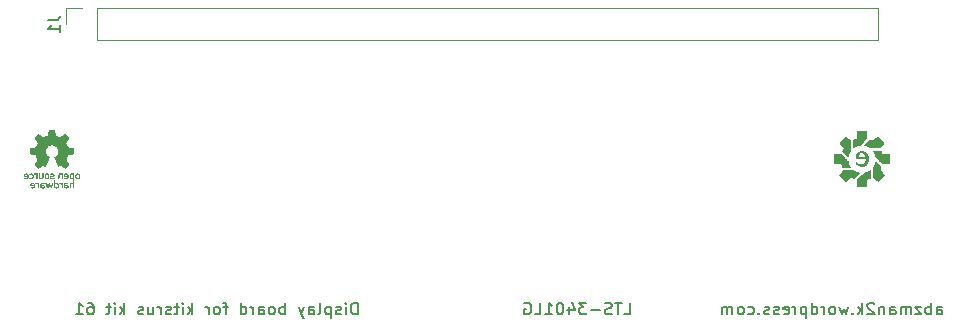
<source format=gbo>
%TF.GenerationSoftware,KiCad,Pcbnew,(6.0.0)*%
%TF.CreationDate,2022-03-13T21:01:20-04:00*%
%TF.ProjectId,panel meter display rev1,70616e65-6c20-46d6-9574-657220646973,rev?*%
%TF.SameCoordinates,Original*%
%TF.FileFunction,Legend,Bot*%
%TF.FilePolarity,Positive*%
%FSLAX46Y46*%
G04 Gerber Fmt 4.6, Leading zero omitted, Abs format (unit mm)*
G04 Created by KiCad (PCBNEW (6.0.0)) date 2022-03-13 21:01:20*
%MOMM*%
%LPD*%
G01*
G04 APERTURE LIST*
%ADD10C,0.150000*%
%ADD11C,0.120000*%
%ADD12C,3.200000*%
%ADD13R,1.200000X1.200000*%
%ADD14C,1.200000*%
%ADD15R,1.700000X1.700000*%
%ADD16O,1.700000X1.700000*%
G04 APERTURE END LIST*
D10*
X130014761Y-48712380D02*
X130014761Y-47712380D01*
X129776666Y-47712380D01*
X129633809Y-47760000D01*
X129538571Y-47855238D01*
X129490952Y-47950476D01*
X129443333Y-48140952D01*
X129443333Y-48283809D01*
X129490952Y-48474285D01*
X129538571Y-48569523D01*
X129633809Y-48664761D01*
X129776666Y-48712380D01*
X130014761Y-48712380D01*
X129014761Y-48712380D02*
X129014761Y-48045714D01*
X129014761Y-47712380D02*
X129062380Y-47760000D01*
X129014761Y-47807619D01*
X128967142Y-47760000D01*
X129014761Y-47712380D01*
X129014761Y-47807619D01*
X128586190Y-48664761D02*
X128490952Y-48712380D01*
X128300476Y-48712380D01*
X128205238Y-48664761D01*
X128157619Y-48569523D01*
X128157619Y-48521904D01*
X128205238Y-48426666D01*
X128300476Y-48379047D01*
X128443333Y-48379047D01*
X128538571Y-48331428D01*
X128586190Y-48236190D01*
X128586190Y-48188571D01*
X128538571Y-48093333D01*
X128443333Y-48045714D01*
X128300476Y-48045714D01*
X128205238Y-48093333D01*
X127729047Y-48045714D02*
X127729047Y-49045714D01*
X127729047Y-48093333D02*
X127633809Y-48045714D01*
X127443333Y-48045714D01*
X127348095Y-48093333D01*
X127300476Y-48140952D01*
X127252857Y-48236190D01*
X127252857Y-48521904D01*
X127300476Y-48617142D01*
X127348095Y-48664761D01*
X127443333Y-48712380D01*
X127633809Y-48712380D01*
X127729047Y-48664761D01*
X126681428Y-48712380D02*
X126776666Y-48664761D01*
X126824285Y-48569523D01*
X126824285Y-47712380D01*
X125871904Y-48712380D02*
X125871904Y-48188571D01*
X125919523Y-48093333D01*
X126014761Y-48045714D01*
X126205238Y-48045714D01*
X126300476Y-48093333D01*
X125871904Y-48664761D02*
X125967142Y-48712380D01*
X126205238Y-48712380D01*
X126300476Y-48664761D01*
X126348095Y-48569523D01*
X126348095Y-48474285D01*
X126300476Y-48379047D01*
X126205238Y-48331428D01*
X125967142Y-48331428D01*
X125871904Y-48283809D01*
X125490952Y-48045714D02*
X125252857Y-48712380D01*
X125014761Y-48045714D02*
X125252857Y-48712380D01*
X125348095Y-48950476D01*
X125395714Y-48998095D01*
X125490952Y-49045714D01*
X123871904Y-48712380D02*
X123871904Y-47712380D01*
X123871904Y-48093333D02*
X123776666Y-48045714D01*
X123586190Y-48045714D01*
X123490952Y-48093333D01*
X123443333Y-48140952D01*
X123395714Y-48236190D01*
X123395714Y-48521904D01*
X123443333Y-48617142D01*
X123490952Y-48664761D01*
X123586190Y-48712380D01*
X123776666Y-48712380D01*
X123871904Y-48664761D01*
X122824285Y-48712380D02*
X122919523Y-48664761D01*
X122967142Y-48617142D01*
X123014761Y-48521904D01*
X123014761Y-48236190D01*
X122967142Y-48140952D01*
X122919523Y-48093333D01*
X122824285Y-48045714D01*
X122681428Y-48045714D01*
X122586190Y-48093333D01*
X122538571Y-48140952D01*
X122490952Y-48236190D01*
X122490952Y-48521904D01*
X122538571Y-48617142D01*
X122586190Y-48664761D01*
X122681428Y-48712380D01*
X122824285Y-48712380D01*
X121633809Y-48712380D02*
X121633809Y-48188571D01*
X121681428Y-48093333D01*
X121776666Y-48045714D01*
X121967142Y-48045714D01*
X122062380Y-48093333D01*
X121633809Y-48664761D02*
X121729047Y-48712380D01*
X121967142Y-48712380D01*
X122062380Y-48664761D01*
X122110000Y-48569523D01*
X122110000Y-48474285D01*
X122062380Y-48379047D01*
X121967142Y-48331428D01*
X121729047Y-48331428D01*
X121633809Y-48283809D01*
X121157619Y-48712380D02*
X121157619Y-48045714D01*
X121157619Y-48236190D02*
X121110000Y-48140952D01*
X121062380Y-48093333D01*
X120967142Y-48045714D01*
X120871904Y-48045714D01*
X120110000Y-48712380D02*
X120110000Y-47712380D01*
X120110000Y-48664761D02*
X120205238Y-48712380D01*
X120395714Y-48712380D01*
X120490952Y-48664761D01*
X120538571Y-48617142D01*
X120586190Y-48521904D01*
X120586190Y-48236190D01*
X120538571Y-48140952D01*
X120490952Y-48093333D01*
X120395714Y-48045714D01*
X120205238Y-48045714D01*
X120110000Y-48093333D01*
X119014761Y-48045714D02*
X118633809Y-48045714D01*
X118871904Y-48712380D02*
X118871904Y-47855238D01*
X118824285Y-47760000D01*
X118729047Y-47712380D01*
X118633809Y-47712380D01*
X118157619Y-48712380D02*
X118252857Y-48664761D01*
X118300476Y-48617142D01*
X118348095Y-48521904D01*
X118348095Y-48236190D01*
X118300476Y-48140952D01*
X118252857Y-48093333D01*
X118157619Y-48045714D01*
X118014761Y-48045714D01*
X117919523Y-48093333D01*
X117871904Y-48140952D01*
X117824285Y-48236190D01*
X117824285Y-48521904D01*
X117871904Y-48617142D01*
X117919523Y-48664761D01*
X118014761Y-48712380D01*
X118157619Y-48712380D01*
X117395714Y-48712380D02*
X117395714Y-48045714D01*
X117395714Y-48236190D02*
X117348095Y-48140952D01*
X117300476Y-48093333D01*
X117205238Y-48045714D01*
X117110000Y-48045714D01*
X116014761Y-48712380D02*
X116014761Y-47712380D01*
X115919523Y-48331428D02*
X115633809Y-48712380D01*
X115633809Y-48045714D02*
X116014761Y-48426666D01*
X115205238Y-48712380D02*
X115205238Y-48045714D01*
X115205238Y-47712380D02*
X115252857Y-47760000D01*
X115205238Y-47807619D01*
X115157619Y-47760000D01*
X115205238Y-47712380D01*
X115205238Y-47807619D01*
X114871904Y-48045714D02*
X114490952Y-48045714D01*
X114729047Y-47712380D02*
X114729047Y-48569523D01*
X114681428Y-48664761D01*
X114586190Y-48712380D01*
X114490952Y-48712380D01*
X114205238Y-48664761D02*
X114110000Y-48712380D01*
X113919523Y-48712380D01*
X113824285Y-48664761D01*
X113776666Y-48569523D01*
X113776666Y-48521904D01*
X113824285Y-48426666D01*
X113919523Y-48379047D01*
X114062380Y-48379047D01*
X114157619Y-48331428D01*
X114205238Y-48236190D01*
X114205238Y-48188571D01*
X114157619Y-48093333D01*
X114062380Y-48045714D01*
X113919523Y-48045714D01*
X113824285Y-48093333D01*
X113348095Y-48712380D02*
X113348095Y-48045714D01*
X113348095Y-48236190D02*
X113300476Y-48140952D01*
X113252857Y-48093333D01*
X113157619Y-48045714D01*
X113062380Y-48045714D01*
X112300476Y-48045714D02*
X112300476Y-48712380D01*
X112729047Y-48045714D02*
X112729047Y-48569523D01*
X112681428Y-48664761D01*
X112586190Y-48712380D01*
X112443333Y-48712380D01*
X112348095Y-48664761D01*
X112300476Y-48617142D01*
X111871904Y-48664761D02*
X111776666Y-48712380D01*
X111586190Y-48712380D01*
X111490952Y-48664761D01*
X111443333Y-48569523D01*
X111443333Y-48521904D01*
X111490952Y-48426666D01*
X111586190Y-48379047D01*
X111729047Y-48379047D01*
X111824285Y-48331428D01*
X111871904Y-48236190D01*
X111871904Y-48188571D01*
X111824285Y-48093333D01*
X111729047Y-48045714D01*
X111586190Y-48045714D01*
X111490952Y-48093333D01*
X110252857Y-48712380D02*
X110252857Y-47712380D01*
X110157619Y-48331428D02*
X109871904Y-48712380D01*
X109871904Y-48045714D02*
X110252857Y-48426666D01*
X109443333Y-48712380D02*
X109443333Y-48045714D01*
X109443333Y-47712380D02*
X109490952Y-47760000D01*
X109443333Y-47807619D01*
X109395714Y-47760000D01*
X109443333Y-47712380D01*
X109443333Y-47807619D01*
X109110000Y-48045714D02*
X108729047Y-48045714D01*
X108967142Y-47712380D02*
X108967142Y-48569523D01*
X108919523Y-48664761D01*
X108824285Y-48712380D01*
X108729047Y-48712380D01*
X107205238Y-47712380D02*
X107395714Y-47712380D01*
X107490952Y-47760000D01*
X107538571Y-47807619D01*
X107633809Y-47950476D01*
X107681428Y-48140952D01*
X107681428Y-48521904D01*
X107633809Y-48617142D01*
X107586190Y-48664761D01*
X107490952Y-48712380D01*
X107300476Y-48712380D01*
X107205238Y-48664761D01*
X107157619Y-48617142D01*
X107110000Y-48521904D01*
X107110000Y-48283809D01*
X107157619Y-48188571D01*
X107205238Y-48140952D01*
X107300476Y-48093333D01*
X107490952Y-48093333D01*
X107586190Y-48140952D01*
X107633809Y-48188571D01*
X107681428Y-48283809D01*
X106157619Y-48712380D02*
X106729047Y-48712380D01*
X106443333Y-48712380D02*
X106443333Y-47712380D01*
X106538571Y-47855238D01*
X106633809Y-47950476D01*
X106729047Y-47998095D01*
X152566190Y-48712380D02*
X153042380Y-48712380D01*
X153042380Y-47712380D01*
X152375714Y-47712380D02*
X151804285Y-47712380D01*
X152090000Y-48712380D02*
X152090000Y-47712380D01*
X151518571Y-48664761D02*
X151375714Y-48712380D01*
X151137619Y-48712380D01*
X151042380Y-48664761D01*
X150994761Y-48617142D01*
X150947142Y-48521904D01*
X150947142Y-48426666D01*
X150994761Y-48331428D01*
X151042380Y-48283809D01*
X151137619Y-48236190D01*
X151328095Y-48188571D01*
X151423333Y-48140952D01*
X151470952Y-48093333D01*
X151518571Y-47998095D01*
X151518571Y-47902857D01*
X151470952Y-47807619D01*
X151423333Y-47760000D01*
X151328095Y-47712380D01*
X151090000Y-47712380D01*
X150947142Y-47760000D01*
X150518571Y-48331428D02*
X149756666Y-48331428D01*
X149375714Y-47712380D02*
X148756666Y-47712380D01*
X149090000Y-48093333D01*
X148947142Y-48093333D01*
X148851904Y-48140952D01*
X148804285Y-48188571D01*
X148756666Y-48283809D01*
X148756666Y-48521904D01*
X148804285Y-48617142D01*
X148851904Y-48664761D01*
X148947142Y-48712380D01*
X149232857Y-48712380D01*
X149328095Y-48664761D01*
X149375714Y-48617142D01*
X147899523Y-48045714D02*
X147899523Y-48712380D01*
X148137619Y-47664761D02*
X148375714Y-48379047D01*
X147756666Y-48379047D01*
X147185238Y-47712380D02*
X147090000Y-47712380D01*
X146994761Y-47760000D01*
X146947142Y-47807619D01*
X146899523Y-47902857D01*
X146851904Y-48093333D01*
X146851904Y-48331428D01*
X146899523Y-48521904D01*
X146947142Y-48617142D01*
X146994761Y-48664761D01*
X147090000Y-48712380D01*
X147185238Y-48712380D01*
X147280476Y-48664761D01*
X147328095Y-48617142D01*
X147375714Y-48521904D01*
X147423333Y-48331428D01*
X147423333Y-48093333D01*
X147375714Y-47902857D01*
X147328095Y-47807619D01*
X147280476Y-47760000D01*
X147185238Y-47712380D01*
X145899523Y-48712380D02*
X146470952Y-48712380D01*
X146185238Y-48712380D02*
X146185238Y-47712380D01*
X146280476Y-47855238D01*
X146375714Y-47950476D01*
X146470952Y-47998095D01*
X144994761Y-48712380D02*
X145470952Y-48712380D01*
X145470952Y-47712380D01*
X144137619Y-47760000D02*
X144232857Y-47712380D01*
X144375714Y-47712380D01*
X144518571Y-47760000D01*
X144613809Y-47855238D01*
X144661428Y-47950476D01*
X144709047Y-48140952D01*
X144709047Y-48283809D01*
X144661428Y-48474285D01*
X144613809Y-48569523D01*
X144518571Y-48664761D01*
X144375714Y-48712380D01*
X144280476Y-48712380D01*
X144137619Y-48664761D01*
X144090000Y-48617142D01*
X144090000Y-48283809D01*
X144280476Y-48283809D01*
X179037142Y-48712380D02*
X179037142Y-48188571D01*
X179084761Y-48093333D01*
X179180000Y-48045714D01*
X179370476Y-48045714D01*
X179465714Y-48093333D01*
X179037142Y-48664761D02*
X179132380Y-48712380D01*
X179370476Y-48712380D01*
X179465714Y-48664761D01*
X179513333Y-48569523D01*
X179513333Y-48474285D01*
X179465714Y-48379047D01*
X179370476Y-48331428D01*
X179132380Y-48331428D01*
X179037142Y-48283809D01*
X178560952Y-48712380D02*
X178560952Y-47712380D01*
X178560952Y-48093333D02*
X178465714Y-48045714D01*
X178275238Y-48045714D01*
X178180000Y-48093333D01*
X178132380Y-48140952D01*
X178084761Y-48236190D01*
X178084761Y-48521904D01*
X178132380Y-48617142D01*
X178180000Y-48664761D01*
X178275238Y-48712380D01*
X178465714Y-48712380D01*
X178560952Y-48664761D01*
X177751428Y-48045714D02*
X177227619Y-48045714D01*
X177751428Y-48712380D01*
X177227619Y-48712380D01*
X176846666Y-48712380D02*
X176846666Y-48045714D01*
X176846666Y-48140952D02*
X176799047Y-48093333D01*
X176703809Y-48045714D01*
X176560952Y-48045714D01*
X176465714Y-48093333D01*
X176418095Y-48188571D01*
X176418095Y-48712380D01*
X176418095Y-48188571D02*
X176370476Y-48093333D01*
X176275238Y-48045714D01*
X176132380Y-48045714D01*
X176037142Y-48093333D01*
X175989523Y-48188571D01*
X175989523Y-48712380D01*
X175084761Y-48712380D02*
X175084761Y-48188571D01*
X175132380Y-48093333D01*
X175227619Y-48045714D01*
X175418095Y-48045714D01*
X175513333Y-48093333D01*
X175084761Y-48664761D02*
X175180000Y-48712380D01*
X175418095Y-48712380D01*
X175513333Y-48664761D01*
X175560952Y-48569523D01*
X175560952Y-48474285D01*
X175513333Y-48379047D01*
X175418095Y-48331428D01*
X175180000Y-48331428D01*
X175084761Y-48283809D01*
X174608571Y-48045714D02*
X174608571Y-48712380D01*
X174608571Y-48140952D02*
X174560952Y-48093333D01*
X174465714Y-48045714D01*
X174322857Y-48045714D01*
X174227619Y-48093333D01*
X174180000Y-48188571D01*
X174180000Y-48712380D01*
X173751428Y-47807619D02*
X173703809Y-47760000D01*
X173608571Y-47712380D01*
X173370476Y-47712380D01*
X173275238Y-47760000D01*
X173227619Y-47807619D01*
X173180000Y-47902857D01*
X173180000Y-47998095D01*
X173227619Y-48140952D01*
X173799047Y-48712380D01*
X173180000Y-48712380D01*
X172751428Y-48712380D02*
X172751428Y-47712380D01*
X172656190Y-48331428D02*
X172370476Y-48712380D01*
X172370476Y-48045714D02*
X172751428Y-48426666D01*
X171941904Y-48617142D02*
X171894285Y-48664761D01*
X171941904Y-48712380D01*
X171989523Y-48664761D01*
X171941904Y-48617142D01*
X171941904Y-48712380D01*
X171560952Y-48045714D02*
X171370476Y-48712380D01*
X171180000Y-48236190D01*
X170989523Y-48712380D01*
X170799047Y-48045714D01*
X170275238Y-48712380D02*
X170370476Y-48664761D01*
X170418095Y-48617142D01*
X170465714Y-48521904D01*
X170465714Y-48236190D01*
X170418095Y-48140952D01*
X170370476Y-48093333D01*
X170275238Y-48045714D01*
X170132380Y-48045714D01*
X170037142Y-48093333D01*
X169989523Y-48140952D01*
X169941904Y-48236190D01*
X169941904Y-48521904D01*
X169989523Y-48617142D01*
X170037142Y-48664761D01*
X170132380Y-48712380D01*
X170275238Y-48712380D01*
X169513333Y-48712380D02*
X169513333Y-48045714D01*
X169513333Y-48236190D02*
X169465714Y-48140952D01*
X169418095Y-48093333D01*
X169322857Y-48045714D01*
X169227619Y-48045714D01*
X168465714Y-48712380D02*
X168465714Y-47712380D01*
X168465714Y-48664761D02*
X168560952Y-48712380D01*
X168751428Y-48712380D01*
X168846666Y-48664761D01*
X168894285Y-48617142D01*
X168941904Y-48521904D01*
X168941904Y-48236190D01*
X168894285Y-48140952D01*
X168846666Y-48093333D01*
X168751428Y-48045714D01*
X168560952Y-48045714D01*
X168465714Y-48093333D01*
X167989523Y-48045714D02*
X167989523Y-49045714D01*
X167989523Y-48093333D02*
X167894285Y-48045714D01*
X167703809Y-48045714D01*
X167608571Y-48093333D01*
X167560952Y-48140952D01*
X167513333Y-48236190D01*
X167513333Y-48521904D01*
X167560952Y-48617142D01*
X167608571Y-48664761D01*
X167703809Y-48712380D01*
X167894285Y-48712380D01*
X167989523Y-48664761D01*
X167084761Y-48712380D02*
X167084761Y-48045714D01*
X167084761Y-48236190D02*
X167037142Y-48140952D01*
X166989523Y-48093333D01*
X166894285Y-48045714D01*
X166799047Y-48045714D01*
X166084761Y-48664761D02*
X166180000Y-48712380D01*
X166370476Y-48712380D01*
X166465714Y-48664761D01*
X166513333Y-48569523D01*
X166513333Y-48188571D01*
X166465714Y-48093333D01*
X166370476Y-48045714D01*
X166180000Y-48045714D01*
X166084761Y-48093333D01*
X166037142Y-48188571D01*
X166037142Y-48283809D01*
X166513333Y-48379047D01*
X165656190Y-48664761D02*
X165560952Y-48712380D01*
X165370476Y-48712380D01*
X165275238Y-48664761D01*
X165227619Y-48569523D01*
X165227619Y-48521904D01*
X165275238Y-48426666D01*
X165370476Y-48379047D01*
X165513333Y-48379047D01*
X165608571Y-48331428D01*
X165656190Y-48236190D01*
X165656190Y-48188571D01*
X165608571Y-48093333D01*
X165513333Y-48045714D01*
X165370476Y-48045714D01*
X165275238Y-48093333D01*
X164846666Y-48664761D02*
X164751428Y-48712380D01*
X164560952Y-48712380D01*
X164465714Y-48664761D01*
X164418095Y-48569523D01*
X164418095Y-48521904D01*
X164465714Y-48426666D01*
X164560952Y-48379047D01*
X164703809Y-48379047D01*
X164799047Y-48331428D01*
X164846666Y-48236190D01*
X164846666Y-48188571D01*
X164799047Y-48093333D01*
X164703809Y-48045714D01*
X164560952Y-48045714D01*
X164465714Y-48093333D01*
X163989523Y-48617142D02*
X163941904Y-48664761D01*
X163989523Y-48712380D01*
X164037142Y-48664761D01*
X163989523Y-48617142D01*
X163989523Y-48712380D01*
X163084761Y-48664761D02*
X163180000Y-48712380D01*
X163370476Y-48712380D01*
X163465714Y-48664761D01*
X163513333Y-48617142D01*
X163560952Y-48521904D01*
X163560952Y-48236190D01*
X163513333Y-48140952D01*
X163465714Y-48093333D01*
X163370476Y-48045714D01*
X163180000Y-48045714D01*
X163084761Y-48093333D01*
X162513333Y-48712380D02*
X162608571Y-48664761D01*
X162656190Y-48617142D01*
X162703809Y-48521904D01*
X162703809Y-48236190D01*
X162656190Y-48140952D01*
X162608571Y-48093333D01*
X162513333Y-48045714D01*
X162370476Y-48045714D01*
X162275238Y-48093333D01*
X162227619Y-48140952D01*
X162180000Y-48236190D01*
X162180000Y-48521904D01*
X162227619Y-48617142D01*
X162275238Y-48664761D01*
X162370476Y-48712380D01*
X162513333Y-48712380D01*
X161751428Y-48712380D02*
X161751428Y-48045714D01*
X161751428Y-48140952D02*
X161703809Y-48093333D01*
X161608571Y-48045714D01*
X161465714Y-48045714D01*
X161370476Y-48093333D01*
X161322857Y-48188571D01*
X161322857Y-48712380D01*
X161322857Y-48188571D02*
X161275238Y-48093333D01*
X161180000Y-48045714D01*
X161037142Y-48045714D01*
X160941904Y-48093333D01*
X160894285Y-48188571D01*
X160894285Y-48712380D01*
%TO.C,J1*%
X103802380Y-23796666D02*
X104516666Y-23796666D01*
X104659523Y-23749047D01*
X104754761Y-23653809D01*
X104802380Y-23510952D01*
X104802380Y-23415714D01*
X104802380Y-24796666D02*
X104802380Y-24225238D01*
X104802380Y-24510952D02*
X103802380Y-24510952D01*
X103945238Y-24415714D01*
X104040476Y-24320476D01*
X104088095Y-24225238D01*
%TO.C,G\u002A\u002A\u002A*%
G36*
X102165054Y-37015519D02*
G01*
X102164451Y-37053025D01*
X102161988Y-37087379D01*
X102157700Y-37113969D01*
X102145097Y-37152741D01*
X102120702Y-37196724D01*
X102087952Y-37231624D01*
X102047212Y-37257074D01*
X101998848Y-37272708D01*
X101995870Y-37273295D01*
X101941895Y-37277426D01*
X101888548Y-37269787D01*
X101838082Y-37250941D01*
X101792750Y-37221447D01*
X101786269Y-37215882D01*
X101775090Y-37204868D01*
X101770667Y-37198207D01*
X101770698Y-37197966D01*
X101775789Y-37191179D01*
X101787907Y-37179098D01*
X101804612Y-37164170D01*
X101838557Y-37135169D01*
X101861184Y-37150524D01*
X101864735Y-37152850D01*
X101885897Y-37164624D01*
X101906045Y-37173217D01*
X101915905Y-37175786D01*
X101943319Y-37178513D01*
X101972851Y-37176956D01*
X101999746Y-37171555D01*
X102019250Y-37162748D01*
X102034816Y-37146790D01*
X102049510Y-37123823D01*
X102060297Y-37099144D01*
X102064489Y-37077799D01*
X102064489Y-37060369D01*
X101756814Y-37060369D01*
X101759378Y-36990039D01*
X101760152Y-36979099D01*
X101856797Y-36979099D01*
X102064489Y-36979099D01*
X102064489Y-36961328D01*
X102061450Y-36942786D01*
X102050235Y-36917124D01*
X102033563Y-36893933D01*
X102014419Y-36878170D01*
X102013520Y-36877698D01*
X101989303Y-36869620D01*
X101960798Y-36866571D01*
X101953949Y-36866768D01*
X101920333Y-36874359D01*
X101892972Y-36892311D01*
X101872886Y-36919713D01*
X101861091Y-36955656D01*
X101856797Y-36979099D01*
X101760152Y-36979099D01*
X101762583Y-36944718D01*
X101769361Y-36907731D01*
X101780730Y-36877451D01*
X101797751Y-36851071D01*
X101821484Y-36825789D01*
X101859084Y-36797394D01*
X101903904Y-36777477D01*
X101951608Y-36769200D01*
X102000733Y-36772995D01*
X102043329Y-36786291D01*
X102083831Y-36810633D01*
X102116761Y-36844780D01*
X102141894Y-36888495D01*
X102159006Y-36941537D01*
X102160540Y-36949494D01*
X102163722Y-36979099D01*
X102163762Y-36979472D01*
X102165054Y-37015519D01*
G37*
G36*
X105922434Y-38054364D02*
G01*
X105920498Y-37887135D01*
X105920145Y-37857512D01*
X105919519Y-37813597D01*
X105918783Y-37779697D01*
X105917805Y-37754222D01*
X105916451Y-37735577D01*
X105914587Y-37722172D01*
X105912080Y-37712412D01*
X105908797Y-37704706D01*
X105904603Y-37697461D01*
X105903992Y-37696494D01*
X105883149Y-37674799D01*
X105855512Y-37660771D01*
X105824521Y-37655062D01*
X105793620Y-37658325D01*
X105766249Y-37671214D01*
X105755982Y-37679294D01*
X105747244Y-37688344D01*
X105740528Y-37699322D01*
X105735571Y-37713738D01*
X105732107Y-37733103D01*
X105729873Y-37758927D01*
X105728603Y-37792721D01*
X105728034Y-37835995D01*
X105727900Y-37890261D01*
X105727891Y-38054364D01*
X105627354Y-38054364D01*
X105629173Y-37862129D01*
X105629271Y-37851827D01*
X105629871Y-37796085D01*
X105630686Y-37751100D01*
X105631998Y-37715373D01*
X105634088Y-37687404D01*
X105637240Y-37665694D01*
X105641735Y-37648744D01*
X105647855Y-37635054D01*
X105655884Y-37623126D01*
X105666103Y-37611460D01*
X105678794Y-37598557D01*
X105693956Y-37585508D01*
X105729671Y-37565927D01*
X105769792Y-37555566D01*
X105811391Y-37554657D01*
X105851538Y-37563430D01*
X105887305Y-37582116D01*
X105889334Y-37583586D01*
X105903775Y-37593746D01*
X105913874Y-37600376D01*
X105914701Y-37600602D01*
X105916820Y-37597698D01*
X105918492Y-37588631D01*
X105919761Y-37572346D01*
X105920671Y-37547785D01*
X105921266Y-37513893D01*
X105921590Y-37469612D01*
X105921688Y-37413886D01*
X105921688Y-37222781D01*
X105888868Y-37244443D01*
X105873662Y-37253433D01*
X105848440Y-37265327D01*
X105826229Y-37272693D01*
X105795194Y-37276451D01*
X105753136Y-37271887D01*
X105714242Y-37256972D01*
X105680504Y-37232870D01*
X105653914Y-37200746D01*
X105636464Y-37161763D01*
X105635652Y-37158742D01*
X105631495Y-37134146D01*
X105628559Y-37100661D01*
X105626844Y-37061333D01*
X105626429Y-37025986D01*
X105731016Y-37025986D01*
X105731498Y-37064380D01*
X105733482Y-37096556D01*
X105737532Y-37120193D01*
X105744210Y-37137347D01*
X105754076Y-37150073D01*
X105767691Y-37160429D01*
X105784756Y-37168480D01*
X105814223Y-37174127D01*
X105844651Y-37172293D01*
X105872119Y-37163372D01*
X105892704Y-37147764D01*
X105898699Y-37139379D01*
X105910967Y-37111046D01*
X105918757Y-37075414D01*
X105922088Y-37035623D01*
X105920979Y-36994815D01*
X105915449Y-36956130D01*
X105905516Y-36922709D01*
X105891200Y-36897694D01*
X105882345Y-36887959D01*
X105871478Y-36880372D01*
X105856875Y-36876336D01*
X105834153Y-36874032D01*
X105811858Y-36873596D01*
X105781395Y-36879064D01*
X105758702Y-36892914D01*
X105742286Y-36915828D01*
X105737575Y-36927489D01*
X105734331Y-36941916D01*
X105732323Y-36961514D01*
X105731301Y-36988724D01*
X105731016Y-37025986D01*
X105626429Y-37025986D01*
X105626349Y-37019209D01*
X105627072Y-36977334D01*
X105629014Y-36938754D01*
X105632173Y-36906517D01*
X105636548Y-36883668D01*
X105643244Y-36864939D01*
X105664648Y-36829125D01*
X105693730Y-36801222D01*
X105728672Y-36781821D01*
X105767654Y-36771514D01*
X105808855Y-36770892D01*
X105850457Y-36780547D01*
X105890638Y-36801070D01*
X105921688Y-36821965D01*
X105921688Y-36772798D01*
X106021713Y-36772798D01*
X106021713Y-38054364D01*
X105922434Y-38054364D01*
G37*
G36*
X103910161Y-37561764D02*
G01*
X103948541Y-37563618D01*
X104002073Y-37730724D01*
X104004243Y-37737491D01*
X104018064Y-37780207D01*
X104030670Y-37818542D01*
X104041551Y-37850989D01*
X104050195Y-37876040D01*
X104056092Y-37892185D01*
X104058730Y-37897917D01*
X104060299Y-37894573D01*
X104064835Y-37880741D01*
X104071742Y-37857694D01*
X104080544Y-37827062D01*
X104090767Y-37790475D01*
X104101935Y-37749565D01*
X104109697Y-37720819D01*
X104120638Y-37680316D01*
X104130418Y-37644124D01*
X104138514Y-37614182D01*
X104144400Y-37592430D01*
X104147552Y-37580810D01*
X104153091Y-37560492D01*
X104205935Y-37560492D01*
X104215474Y-37560550D01*
X104237613Y-37561203D01*
X104253008Y-37562426D01*
X104258779Y-37564029D01*
X104258748Y-37564205D01*
X104256472Y-37571929D01*
X104250944Y-37589824D01*
X104242652Y-37616349D01*
X104232086Y-37649962D01*
X104219735Y-37689123D01*
X104206087Y-37732290D01*
X104191631Y-37777923D01*
X104176857Y-37824480D01*
X104162253Y-37870421D01*
X104148308Y-37914204D01*
X104135512Y-37954289D01*
X104124352Y-37989135D01*
X104115319Y-38017200D01*
X104108901Y-38036944D01*
X104105587Y-38046825D01*
X104105417Y-38047237D01*
X104098905Y-38051492D01*
X104083421Y-38053366D01*
X104057274Y-38053076D01*
X104011877Y-38051238D01*
X103962357Y-37884291D01*
X103960537Y-37878166D01*
X103947663Y-37835454D01*
X103935845Y-37797276D01*
X103925569Y-37765128D01*
X103917321Y-37740504D01*
X103911588Y-37724899D01*
X103908855Y-37719806D01*
X103908726Y-37719938D01*
X103905634Y-37727492D01*
X103899564Y-37745325D01*
X103891008Y-37771880D01*
X103880463Y-37805601D01*
X103868420Y-37844932D01*
X103855375Y-37888315D01*
X103805876Y-38054364D01*
X103715728Y-38054364D01*
X103675176Y-37927770D01*
X103663145Y-37890180D01*
X103646415Y-37837832D01*
X103629160Y-37783767D01*
X103612827Y-37732526D01*
X103598867Y-37688649D01*
X103598752Y-37688288D01*
X103587362Y-37652513D01*
X103577164Y-37620618D01*
X103568806Y-37594612D01*
X103562932Y-37576505D01*
X103560190Y-37568306D01*
X103560443Y-37565595D01*
X103567278Y-37562595D01*
X103583403Y-37560977D01*
X103610407Y-37560492D01*
X103612737Y-37560495D01*
X103641858Y-37561390D01*
X103659500Y-37563953D01*
X103666537Y-37568306D01*
X103668478Y-37574707D01*
X103673336Y-37591867D01*
X103680566Y-37617913D01*
X103689700Y-37651149D01*
X103700270Y-37689880D01*
X103711808Y-37732409D01*
X103722133Y-37770260D01*
X103732930Y-37809124D01*
X103742419Y-37842524D01*
X103750121Y-37868806D01*
X103755559Y-37886314D01*
X103758256Y-37893395D01*
X103758566Y-37893400D01*
X103762187Y-37886638D01*
X103768952Y-37869696D01*
X103778342Y-37844018D01*
X103789842Y-37811047D01*
X103802934Y-37772228D01*
X103817103Y-37729002D01*
X103871781Y-37559911D01*
X103910161Y-37561764D01*
G37*
G36*
X103372908Y-36774113D02*
G01*
X103424199Y-36775924D01*
X103424167Y-36960344D01*
X103424165Y-36966771D01*
X103424114Y-37018487D01*
X103423920Y-37059436D01*
X103423477Y-37091183D01*
X103422682Y-37115292D01*
X103421431Y-37133328D01*
X103419617Y-37146855D01*
X103417138Y-37157436D01*
X103413889Y-37166638D01*
X103409765Y-37176022D01*
X103400605Y-37193573D01*
X103372353Y-37229845D01*
X103336198Y-37256638D01*
X103292917Y-37273307D01*
X103283313Y-37275289D01*
X103241678Y-37276291D01*
X103199252Y-37265917D01*
X103158301Y-37244650D01*
X103127251Y-37223754D01*
X103127251Y-37272921D01*
X103027226Y-37272921D01*
X103027226Y-36772798D01*
X103127251Y-36772798D01*
X103127251Y-36934014D01*
X103127256Y-36955468D01*
X103127356Y-37000131D01*
X103127679Y-37034655D01*
X103128351Y-37060721D01*
X103129496Y-37080008D01*
X103131241Y-37094197D01*
X103133709Y-37104969D01*
X103137026Y-37114003D01*
X103141317Y-37122980D01*
X103145968Y-37131387D01*
X103166686Y-37155627D01*
X103193805Y-37169554D01*
X103228485Y-37173845D01*
X103233369Y-37173738D01*
X103261247Y-37169097D01*
X103283879Y-37156186D01*
X103305033Y-37132994D01*
X103307169Y-37129993D01*
X103310555Y-37123882D01*
X103313186Y-37115918D01*
X103315181Y-37104580D01*
X103316658Y-37088346D01*
X103317737Y-37065694D01*
X103318537Y-37035104D01*
X103319174Y-36995054D01*
X103319770Y-36944023D01*
X103321616Y-36772302D01*
X103372908Y-36774113D01*
G37*
G36*
X102745005Y-36778593D02*
G01*
X102777825Y-36793131D01*
X102803031Y-36814542D01*
X102803815Y-36815481D01*
X102809088Y-36819819D01*
X102812196Y-36815413D01*
X102814674Y-36800400D01*
X102817800Y-36775924D01*
X102869375Y-36774108D01*
X102920950Y-36772293D01*
X102920950Y-37273427D01*
X102869375Y-37271611D01*
X102817800Y-37269796D01*
X102814674Y-37097878D01*
X102814187Y-37071424D01*
X102813170Y-37023364D01*
X102811942Y-36985612D01*
X102810209Y-36956674D01*
X102807680Y-36935055D01*
X102804060Y-36919263D01*
X102799057Y-36907801D01*
X102792378Y-36899178D01*
X102783730Y-36891898D01*
X102772820Y-36884468D01*
X102756225Y-36877232D01*
X102729115Y-36873181D01*
X102700425Y-36875096D01*
X102675488Y-36883054D01*
X102655703Y-36893286D01*
X102631691Y-36865863D01*
X102621917Y-36854505D01*
X102606626Y-36836055D01*
X102595480Y-36821784D01*
X102583280Y-36805129D01*
X102603842Y-36792421D01*
X102631317Y-36779594D01*
X102668705Y-36771486D01*
X102707616Y-36771265D01*
X102745005Y-36778593D01*
G37*
G36*
X104705114Y-37897442D02*
G01*
X104704103Y-37919143D01*
X104702385Y-37935095D01*
X104699777Y-37947291D01*
X104696093Y-37957724D01*
X104691149Y-37968388D01*
X104687195Y-37975791D01*
X104663698Y-38007005D01*
X104633343Y-38033135D01*
X104600205Y-38050505D01*
X104594798Y-38052243D01*
X104569846Y-38057683D01*
X104545022Y-38060122D01*
X104533513Y-38059651D01*
X104505922Y-38054859D01*
X104477695Y-38046148D01*
X104453205Y-38035019D01*
X104436829Y-38022975D01*
X104432352Y-38018290D01*
X104422225Y-38011470D01*
X104416726Y-38016086D01*
X104415068Y-38032483D01*
X104415068Y-38054364D01*
X104315043Y-38054364D01*
X104315043Y-37807428D01*
X104418195Y-37807428D01*
X104418196Y-37809233D01*
X104419024Y-37851573D01*
X104421879Y-37883550D01*
X104427463Y-37907164D01*
X104436481Y-37924413D01*
X104449637Y-37937296D01*
X104467635Y-37947811D01*
X104487996Y-37955832D01*
X104518773Y-37959449D01*
X104551549Y-37952097D01*
X104557719Y-37949566D01*
X104578569Y-37934740D01*
X104593700Y-37911685D01*
X104603397Y-37879552D01*
X104607944Y-37837486D01*
X104607628Y-37784638D01*
X104605138Y-37749000D01*
X104600555Y-37718902D01*
X104593972Y-37699312D01*
X104583224Y-37683578D01*
X104560335Y-37665411D01*
X104532788Y-37655724D01*
X104503338Y-37654486D01*
X104474741Y-37661665D01*
X104449751Y-37677231D01*
X104431125Y-37701152D01*
X104430206Y-37702958D01*
X104424997Y-37715206D01*
X104421524Y-37729052D01*
X104419453Y-37747222D01*
X104418454Y-37772439D01*
X104418195Y-37807428D01*
X104315043Y-37807428D01*
X104315043Y-37353665D01*
X104363492Y-37355491D01*
X104411942Y-37357317D01*
X104413637Y-37480785D01*
X104413732Y-37487201D01*
X104414580Y-37524317D01*
X104415807Y-37556464D01*
X104417305Y-37581758D01*
X104418967Y-37598315D01*
X104420686Y-37604253D01*
X104425460Y-37602273D01*
X104434620Y-37593881D01*
X104437474Y-37590796D01*
X104456595Y-37577342D01*
X104482867Y-37565674D01*
X104511917Y-37557443D01*
X104539373Y-37554302D01*
X104548717Y-37554433D01*
X104587895Y-37559481D01*
X104621270Y-37572925D01*
X104652812Y-37596230D01*
X104668726Y-37611443D01*
X104681296Y-37626465D01*
X104690678Y-37642877D01*
X104697329Y-37662528D01*
X104701705Y-37687270D01*
X104704265Y-37718955D01*
X104705466Y-37759432D01*
X104705764Y-37810554D01*
X104705756Y-37828820D01*
X104705722Y-37837486D01*
X104705604Y-37867999D01*
X104705114Y-37897442D01*
G37*
G36*
X104169369Y-33059388D02*
G01*
X104225570Y-33059442D01*
X104271038Y-33059603D01*
X104306952Y-33059928D01*
X104334490Y-33060476D01*
X104354834Y-33061302D01*
X104369163Y-33062464D01*
X104378655Y-33064019D01*
X104384491Y-33066024D01*
X104387851Y-33068535D01*
X104389913Y-33071610D01*
X104390182Y-33072217D01*
X104393094Y-33082783D01*
X104397909Y-33104002D01*
X104404341Y-33134450D01*
X104412099Y-33172706D01*
X104420894Y-33217349D01*
X104430438Y-33266957D01*
X104440441Y-33320108D01*
X104442182Y-33329436D01*
X104452164Y-33381856D01*
X104461712Y-33430320D01*
X104470530Y-33473436D01*
X104478320Y-33509812D01*
X104484787Y-33538058D01*
X104489633Y-33556782D01*
X104492563Y-33564591D01*
X104494658Y-33566118D01*
X104507227Y-33572716D01*
X104528847Y-33582748D01*
X104557660Y-33595451D01*
X104591810Y-33610066D01*
X104629439Y-33625832D01*
X104668689Y-33641987D01*
X104707702Y-33657772D01*
X104744621Y-33672425D01*
X104777588Y-33685186D01*
X104804746Y-33695293D01*
X104824236Y-33701986D01*
X104834203Y-33704505D01*
X104837560Y-33703922D01*
X104850228Y-33698311D01*
X104870948Y-33686554D01*
X104900122Y-33668396D01*
X104938152Y-33643582D01*
X104985442Y-33611858D01*
X105042394Y-33572970D01*
X105059748Y-33561042D01*
X105109170Y-33527091D01*
X105149576Y-33499409D01*
X105181953Y-33477381D01*
X105207288Y-33460393D01*
X105226566Y-33447831D01*
X105240776Y-33439079D01*
X105250904Y-33433523D01*
X105257935Y-33430549D01*
X105262857Y-33429541D01*
X105266656Y-33429885D01*
X105270318Y-33430967D01*
X105275804Y-33434512D01*
X105289480Y-33446125D01*
X105309484Y-33464557D01*
X105334641Y-33488611D01*
X105363776Y-33517093D01*
X105395713Y-33548804D01*
X105429278Y-33582550D01*
X105463294Y-33617134D01*
X105496588Y-33651359D01*
X105527984Y-33684030D01*
X105556307Y-33713950D01*
X105580381Y-33739924D01*
X105599032Y-33760754D01*
X105611084Y-33775244D01*
X105615363Y-33782199D01*
X105615303Y-33782667D01*
X105610995Y-33791787D01*
X105600427Y-33809805D01*
X105584378Y-33835510D01*
X105563628Y-33867693D01*
X105538955Y-33905143D01*
X105511137Y-33946652D01*
X105480955Y-33991009D01*
X105478078Y-33995208D01*
X105438190Y-34053896D01*
X105405392Y-34103116D01*
X105379756Y-34142756D01*
X105361355Y-34172699D01*
X105350261Y-34192831D01*
X105346547Y-34203039D01*
X105347603Y-34209070D01*
X105353022Y-34226357D01*
X105362352Y-34251753D01*
X105374817Y-34283465D01*
X105389640Y-34319699D01*
X105406045Y-34358663D01*
X105423256Y-34398564D01*
X105440496Y-34437609D01*
X105456988Y-34474004D01*
X105471956Y-34505958D01*
X105484623Y-34531676D01*
X105494213Y-34549366D01*
X105499949Y-34557235D01*
X105507881Y-34560017D01*
X105526930Y-34564846D01*
X105555433Y-34571271D01*
X105591910Y-34578982D01*
X105634880Y-34587665D01*
X105682864Y-34597008D01*
X105734382Y-34606699D01*
X105782241Y-34615626D01*
X105830653Y-34624820D01*
X105874213Y-34633264D01*
X105911432Y-34640660D01*
X105940819Y-34646713D01*
X105960884Y-34651125D01*
X105970138Y-34653600D01*
X105984204Y-34659510D01*
X105984204Y-34909037D01*
X105984203Y-34917380D01*
X105984163Y-34978530D01*
X105984021Y-35028474D01*
X105983728Y-35068368D01*
X105983234Y-35099366D01*
X105982489Y-35122623D01*
X105981444Y-35139295D01*
X105980048Y-35150537D01*
X105978253Y-35157504D01*
X105976008Y-35161351D01*
X105973264Y-35163233D01*
X105964961Y-35165385D01*
X105945765Y-35169547D01*
X105917157Y-35175416D01*
X105880589Y-35182702D01*
X105837512Y-35191116D01*
X105789377Y-35200369D01*
X105737634Y-35210173D01*
X105708245Y-35215726D01*
X105650864Y-35226767D01*
X105604477Y-35236034D01*
X105568161Y-35243736D01*
X105540993Y-35250085D01*
X105522050Y-35255289D01*
X105510409Y-35259560D01*
X105505147Y-35263108D01*
X105504256Y-35264600D01*
X105498683Y-35276358D01*
X105489362Y-35297708D01*
X105476938Y-35327110D01*
X105462058Y-35363027D01*
X105445365Y-35403920D01*
X105427505Y-35448250D01*
X105411714Y-35488008D01*
X105392031Y-35538836D01*
X105377214Y-35578990D01*
X105367111Y-35608911D01*
X105361565Y-35629039D01*
X105360424Y-35639813D01*
X105363652Y-35647173D01*
X105373347Y-35664078D01*
X105388649Y-35688802D01*
X105408726Y-35720050D01*
X105432744Y-35756529D01*
X105459871Y-35796944D01*
X105489274Y-35840001D01*
X105515617Y-35878495D01*
X105542734Y-35918662D01*
X105566729Y-35954781D01*
X105586796Y-35985609D01*
X105602129Y-36009907D01*
X105611920Y-36026434D01*
X105615363Y-36033948D01*
X105615066Y-36034879D01*
X105608614Y-36043668D01*
X105594451Y-36059950D01*
X105573532Y-36082715D01*
X105546814Y-36110948D01*
X105515250Y-36143639D01*
X105479795Y-36179775D01*
X105441405Y-36218343D01*
X105413224Y-36246412D01*
X105372831Y-36286395D01*
X105339910Y-36318566D01*
X105313679Y-36343638D01*
X105293353Y-36362324D01*
X105278148Y-36375336D01*
X105267280Y-36383387D01*
X105259966Y-36387190D01*
X105255422Y-36387458D01*
X105249536Y-36384169D01*
X105234082Y-36374400D01*
X105210667Y-36359073D01*
X105180557Y-36339033D01*
X105145020Y-36315125D01*
X105105323Y-36288193D01*
X105062733Y-36259082D01*
X105026698Y-36234526D01*
X104986497Y-36207542D01*
X104950239Y-36183644D01*
X104919187Y-36163642D01*
X104894604Y-36148350D01*
X104877754Y-36138579D01*
X104869900Y-36135141D01*
X104866969Y-36135687D01*
X104853341Y-36140812D01*
X104832033Y-36150468D01*
X104805324Y-36163594D01*
X104775496Y-36179128D01*
X104762227Y-36186123D01*
X104733606Y-36200502D01*
X104709150Y-36211838D01*
X104691112Y-36219117D01*
X104681744Y-36221325D01*
X104679848Y-36220138D01*
X104675288Y-36213986D01*
X104668617Y-36202039D01*
X104659550Y-36183651D01*
X104647803Y-36158179D01*
X104633093Y-36124977D01*
X104615134Y-36083400D01*
X104593643Y-36032804D01*
X104568336Y-35972543D01*
X104538929Y-35901973D01*
X104505138Y-35820449D01*
X104487557Y-35777880D01*
X104460740Y-35712673D01*
X104435624Y-35651273D01*
X104412597Y-35594647D01*
X104392047Y-35543760D01*
X104374363Y-35499580D01*
X104359933Y-35463075D01*
X104349145Y-35435210D01*
X104342388Y-35416954D01*
X104340049Y-35409273D01*
X104340602Y-35406090D01*
X104349234Y-35393750D01*
X104366618Y-35380067D01*
X104370212Y-35377721D01*
X104389778Y-35364425D01*
X104413886Y-35347478D01*
X104438140Y-35329960D01*
X104475171Y-35300131D01*
X104530147Y-35243696D01*
X104575472Y-35180520D01*
X104610672Y-35111825D01*
X104635274Y-35038831D01*
X104648806Y-34962763D01*
X104650795Y-34884841D01*
X104640767Y-34806288D01*
X104636093Y-34785870D01*
X104611475Y-34712745D01*
X104576150Y-34644523D01*
X104531131Y-34582286D01*
X104477433Y-34527119D01*
X104416070Y-34480104D01*
X104348057Y-34442327D01*
X104274408Y-34414870D01*
X104254525Y-34409961D01*
X104205764Y-34402619D01*
X104151556Y-34399439D01*
X104096210Y-34400421D01*
X104044035Y-34405565D01*
X103999340Y-34414870D01*
X103953361Y-34430173D01*
X103890513Y-34459533D01*
X103832811Y-34497993D01*
X103777411Y-34547248D01*
X103769356Y-34555386D01*
X103732607Y-34595485D01*
X103703888Y-34633186D01*
X103680897Y-34671811D01*
X103661331Y-34714684D01*
X103639609Y-34780314D01*
X103625542Y-34857516D01*
X103623158Y-34934636D01*
X103632126Y-35010501D01*
X103652114Y-35083939D01*
X103682787Y-35153777D01*
X103723816Y-35218842D01*
X103774867Y-35277961D01*
X103835608Y-35329960D01*
X103841316Y-35334131D01*
X103865940Y-35351793D01*
X103889344Y-35368132D01*
X103907130Y-35380067D01*
X103913343Y-35384321D01*
X103928241Y-35397847D01*
X103933699Y-35409273D01*
X103932763Y-35412824D01*
X103927597Y-35427276D01*
X103918257Y-35451694D01*
X103905131Y-35485111D01*
X103888607Y-35526561D01*
X103869073Y-35575076D01*
X103846919Y-35629689D01*
X103822531Y-35689434D01*
X103796299Y-35753343D01*
X103768610Y-35820449D01*
X103747065Y-35872472D01*
X103716033Y-35947107D01*
X103689210Y-36011190D01*
X103666309Y-36065365D01*
X103647049Y-36110276D01*
X103631143Y-36146569D01*
X103618309Y-36174888D01*
X103608262Y-36195879D01*
X103600719Y-36210185D01*
X103595394Y-36218452D01*
X103592004Y-36221325D01*
X103589113Y-36221047D01*
X103575671Y-36216494D01*
X103554546Y-36207313D01*
X103527989Y-36194520D01*
X103498253Y-36179128D01*
X103485186Y-36172219D01*
X103456421Y-36157591D01*
X103431755Y-36145827D01*
X103413471Y-36137990D01*
X103403848Y-36135141D01*
X103397851Y-36137601D01*
X103382327Y-36146434D01*
X103358872Y-36160915D01*
X103328750Y-36180232D01*
X103293224Y-36203574D01*
X103253558Y-36230128D01*
X103211015Y-36259082D01*
X103175292Y-36283514D01*
X103135030Y-36310865D01*
X103098719Y-36335330D01*
X103067625Y-36356066D01*
X103043017Y-36372229D01*
X103026162Y-36382975D01*
X103018327Y-36387458D01*
X103015885Y-36387681D01*
X103009771Y-36385376D01*
X103000417Y-36379106D01*
X102987038Y-36368161D01*
X102968851Y-36351827D01*
X102945072Y-36329390D01*
X102914917Y-36300140D01*
X102877602Y-36263362D01*
X102832344Y-36218343D01*
X102822160Y-36208165D01*
X102784439Y-36170130D01*
X102749902Y-36134790D01*
X102719502Y-36103158D01*
X102694196Y-36076246D01*
X102674938Y-36055065D01*
X102662683Y-36040628D01*
X102658385Y-36033948D01*
X102661172Y-36027635D01*
X102670352Y-36011972D01*
X102685156Y-35988411D01*
X102704777Y-35958192D01*
X102728408Y-35922557D01*
X102755243Y-35882746D01*
X102784474Y-35840001D01*
X102810296Y-35802226D01*
X102837755Y-35761409D01*
X102862209Y-35724366D01*
X102882825Y-35692391D01*
X102898772Y-35666777D01*
X102909216Y-35648820D01*
X102913325Y-35639813D01*
X102913053Y-35633701D01*
X102909012Y-35616780D01*
X102900465Y-35590215D01*
X102887257Y-35553565D01*
X102869234Y-35506390D01*
X102846243Y-35448250D01*
X102840400Y-35433684D01*
X102822846Y-35390294D01*
X102806667Y-35350836D01*
X102792507Y-35316850D01*
X102781013Y-35289875D01*
X102772829Y-35271448D01*
X102768601Y-35263108D01*
X102766983Y-35261601D01*
X102758989Y-35257757D01*
X102744204Y-35253095D01*
X102721706Y-35247406D01*
X102690571Y-35240480D01*
X102649876Y-35232106D01*
X102598698Y-35222073D01*
X102536114Y-35210173D01*
X102485036Y-35200496D01*
X102436844Y-35191233D01*
X102393690Y-35182806D01*
X102357027Y-35175504D01*
X102328304Y-35169615D01*
X102308973Y-35165428D01*
X102300485Y-35163233D01*
X102300119Y-35163069D01*
X102297439Y-35161007D01*
X102295252Y-35156839D01*
X102293508Y-35149409D01*
X102292158Y-35137563D01*
X102291152Y-35120144D01*
X102290441Y-35095997D01*
X102289974Y-35063969D01*
X102289702Y-35022903D01*
X102289576Y-34971644D01*
X102289545Y-34909037D01*
X102289545Y-34659510D01*
X102303611Y-34653600D01*
X102311791Y-34651378D01*
X102331108Y-34647099D01*
X102359856Y-34641158D01*
X102396547Y-34633851D01*
X102439689Y-34625474D01*
X102487792Y-34616325D01*
X102539367Y-34606699D01*
X102587324Y-34597689D01*
X102635608Y-34588311D01*
X102678983Y-34579570D01*
X102715969Y-34571780D01*
X102745088Y-34565253D01*
X102764858Y-34560301D01*
X102773800Y-34557235D01*
X102777040Y-34553343D01*
X102785364Y-34538900D01*
X102797038Y-34515799D01*
X102811286Y-34485833D01*
X102827331Y-34450794D01*
X102844396Y-34412476D01*
X102861706Y-34372672D01*
X102878483Y-34333174D01*
X102893951Y-34295776D01*
X102907333Y-34262271D01*
X102917853Y-34234451D01*
X102924735Y-34214109D01*
X102927202Y-34203039D01*
X102927185Y-34202674D01*
X102922982Y-34191809D01*
X102911405Y-34171026D01*
X102892524Y-34140440D01*
X102866414Y-34100165D01*
X102833146Y-34050317D01*
X102792793Y-33991009D01*
X102788773Y-33985138D01*
X102758853Y-33941082D01*
X102731400Y-33900031D01*
X102707191Y-33863195D01*
X102687007Y-33831784D01*
X102671625Y-33807008D01*
X102661825Y-33790076D01*
X102658385Y-33782199D01*
X102660960Y-33777539D01*
X102671341Y-33764664D01*
X102688589Y-33745176D01*
X102711528Y-33720271D01*
X102738985Y-33691147D01*
X102769782Y-33658999D01*
X102802746Y-33625023D01*
X102836702Y-33590415D01*
X102870473Y-33556373D01*
X102902885Y-33524092D01*
X102932763Y-33494767D01*
X102958932Y-33469596D01*
X102980216Y-33449775D01*
X102995440Y-33436500D01*
X103003430Y-33430967D01*
X103004880Y-33430499D01*
X103008361Y-33429597D01*
X103012291Y-33429616D01*
X103017658Y-33431169D01*
X103025448Y-33434870D01*
X103036647Y-33441336D01*
X103052241Y-33451181D01*
X103073218Y-33465019D01*
X103100563Y-33483465D01*
X103135262Y-33507134D01*
X103178303Y-33536641D01*
X103230671Y-33572601D01*
X103260897Y-33593294D01*
X103312936Y-33628517D01*
X103355523Y-33656719D01*
X103389069Y-33678158D01*
X103413982Y-33693093D01*
X103430673Y-33701783D01*
X103439551Y-33704485D01*
X103442454Y-33703981D01*
X103456626Y-33699611D01*
X103479537Y-33691387D01*
X103509331Y-33680071D01*
X103544154Y-33666422D01*
X103582152Y-33651200D01*
X103621470Y-33635166D01*
X103660254Y-33619079D01*
X103696648Y-33603700D01*
X103728798Y-33589788D01*
X103754851Y-33578103D01*
X103772950Y-33569406D01*
X103781241Y-33564457D01*
X103781593Y-33563946D01*
X103784835Y-33554161D01*
X103789950Y-33533705D01*
X103796645Y-33503968D01*
X103804621Y-33466339D01*
X103813584Y-33422209D01*
X103823237Y-33372967D01*
X103833285Y-33320004D01*
X103834932Y-33311196D01*
X103844905Y-33258520D01*
X103854367Y-33209621D01*
X103863029Y-33165921D01*
X103870602Y-33128839D01*
X103876796Y-33099795D01*
X103881322Y-33080210D01*
X103883892Y-33071505D01*
X103884765Y-33070010D01*
X103887314Y-33067228D01*
X103891754Y-33064980D01*
X103899266Y-33063207D01*
X103911028Y-33061854D01*
X103928219Y-33060864D01*
X103952018Y-33060181D01*
X103983604Y-33059748D01*
X104024156Y-33059508D01*
X104074853Y-33059406D01*
X104136874Y-33059385D01*
X104169369Y-33059388D01*
G37*
G36*
X102403871Y-36772238D02*
G01*
X102441992Y-36781047D01*
X102488834Y-36801097D01*
X102527027Y-36830091D01*
X102556702Y-36868168D01*
X102577990Y-36915468D01*
X102591022Y-36972132D01*
X102594813Y-37026952D01*
X102590257Y-37081558D01*
X102577680Y-37132106D01*
X102557645Y-37176354D01*
X102530717Y-37212062D01*
X102524313Y-37218200D01*
X102491202Y-37242577D01*
X102452916Y-37261771D01*
X102415003Y-37272867D01*
X102391022Y-37276394D01*
X102363330Y-37277908D01*
X102338099Y-37275074D01*
X102309799Y-37267619D01*
X102297987Y-37263538D01*
X102262908Y-37247273D01*
X102230545Y-37226747D01*
X102205743Y-37204882D01*
X102198316Y-37195808D01*
X102197768Y-37188513D01*
X102205743Y-37178459D01*
X102209378Y-37174658D01*
X102223995Y-37161044D01*
X102240962Y-37146782D01*
X102264272Y-37128296D01*
X102286727Y-37145423D01*
X102291668Y-37149027D01*
X102325678Y-37166417D01*
X102361569Y-37173831D01*
X102397033Y-37171672D01*
X102429765Y-37160349D01*
X102457459Y-37140264D01*
X102477808Y-37111825D01*
X102478576Y-37110244D01*
X102485531Y-37093391D01*
X102489699Y-37075822D01*
X102491716Y-37053618D01*
X102492216Y-37022860D01*
X102492177Y-37013915D01*
X102491349Y-36986334D01*
X102488925Y-36966228D01*
X102484215Y-36949631D01*
X102476532Y-36932574D01*
X102459896Y-36907155D01*
X102435032Y-36886800D01*
X102403211Y-36875986D01*
X102363239Y-36874096D01*
X102351983Y-36874829D01*
X102329422Y-36878086D01*
X102311471Y-36884754D01*
X102292473Y-36896636D01*
X102263664Y-36916942D01*
X102240658Y-36898697D01*
X102234917Y-36894039D01*
X102218153Y-36879426D01*
X102205684Y-36867195D01*
X102203840Y-36865144D01*
X102197560Y-36856479D01*
X102198929Y-36849261D01*
X102208449Y-36838254D01*
X102211187Y-36835425D01*
X102241986Y-36810751D01*
X102280070Y-36789886D01*
X102320764Y-36775443D01*
X102330832Y-36772973D01*
X102354491Y-36768847D01*
X102376570Y-36768690D01*
X102403871Y-36772238D01*
G37*
G36*
X102837677Y-37555800D02*
G01*
X102879860Y-37566756D01*
X102917837Y-37588210D01*
X102939705Y-37604889D01*
X102939705Y-37560492D01*
X103039729Y-37560492D01*
X103039729Y-38054364D01*
X102939705Y-38054364D01*
X102939695Y-37890261D01*
X102939662Y-37857446D01*
X102939441Y-37813757D01*
X102938930Y-37780000D01*
X102938036Y-37754591D01*
X102936665Y-37735944D01*
X102934723Y-37722474D01*
X102932118Y-37712595D01*
X102928755Y-37704722D01*
X102918847Y-37689290D01*
X102895113Y-37668292D01*
X102866121Y-37656753D01*
X102834599Y-37655525D01*
X102803272Y-37665462D01*
X102778794Y-37678221D01*
X102742699Y-37634346D01*
X102741920Y-37633397D01*
X102724951Y-37611992D01*
X102715510Y-37597879D01*
X102712623Y-37589283D01*
X102715315Y-37584426D01*
X102751343Y-37565579D01*
X102793950Y-37555391D01*
X102837677Y-37555800D01*
G37*
G36*
X104211034Y-36769672D02*
G01*
X104238052Y-36774969D01*
X104283806Y-36790908D01*
X104319404Y-36814083D01*
X104344811Y-36844461D01*
X104359994Y-36882007D01*
X104364918Y-36926686D01*
X104364589Y-36934215D01*
X104360491Y-36959819D01*
X104353240Y-36982225D01*
X104347293Y-36993849D01*
X104329563Y-37017793D01*
X104305917Y-37036253D01*
X104274764Y-37050022D01*
X104234509Y-37059892D01*
X104183561Y-37066656D01*
X104165634Y-37068527D01*
X104131289Y-37073525D01*
X104107082Y-37079940D01*
X104091351Y-37088542D01*
X104082435Y-37100105D01*
X104078673Y-37115399D01*
X104078821Y-37131094D01*
X104087321Y-37152300D01*
X104106313Y-37167297D01*
X104135985Y-37176206D01*
X104176522Y-37179148D01*
X104178223Y-37179144D01*
X104222636Y-37175304D01*
X104261468Y-37163264D01*
X104299541Y-37141552D01*
X104327662Y-37122204D01*
X104361908Y-37152239D01*
X104363980Y-37154063D01*
X104380281Y-37168995D01*
X104391828Y-37180578D01*
X104396234Y-37186437D01*
X104395980Y-37187685D01*
X104388841Y-37196242D01*
X104373832Y-37208355D01*
X104353578Y-37222200D01*
X104330705Y-37235956D01*
X104307836Y-37247800D01*
X104286866Y-37256572D01*
X104258345Y-37266252D01*
X104233773Y-37272356D01*
X104221179Y-37274276D01*
X104170867Y-37276589D01*
X104122437Y-37270800D01*
X104077848Y-37257634D01*
X104039057Y-37237812D01*
X104008021Y-37212060D01*
X103986698Y-37181098D01*
X103978237Y-37153604D01*
X103975599Y-37117819D01*
X103979934Y-37081406D01*
X103991076Y-37049383D01*
X103992275Y-37047092D01*
X104007337Y-37024241D01*
X104026404Y-37006351D01*
X104051162Y-36992699D01*
X104083295Y-36982565D01*
X104124489Y-36975225D01*
X104176428Y-36969958D01*
X104176530Y-36969950D01*
X104202059Y-36966876D01*
X104225007Y-36962231D01*
X104240415Y-36957017D01*
X104253646Y-36947077D01*
X104263031Y-36929409D01*
X104262530Y-36909678D01*
X104252407Y-36890755D01*
X104232926Y-36875511D01*
X104213901Y-36869058D01*
X104182701Y-36866109D01*
X104147712Y-36868912D01*
X104112846Y-36877083D01*
X104082016Y-36890241D01*
X104047313Y-36909826D01*
X104018638Y-36876261D01*
X104017762Y-36875233D01*
X104003730Y-36858032D01*
X103993776Y-36844483D01*
X103990006Y-36837442D01*
X103990502Y-36835712D01*
X103998643Y-36827151D01*
X104014678Y-36815807D01*
X104035883Y-36803462D01*
X104059536Y-36791902D01*
X104082332Y-36783958D01*
X104115363Y-36776275D01*
X104151007Y-36770866D01*
X104184489Y-36768432D01*
X104211034Y-36769672D01*
G37*
G36*
X104846188Y-37555965D02*
G01*
X104886323Y-37567909D01*
X104921490Y-37590115D01*
X104946448Y-37611479D01*
X104946448Y-37560492D01*
X105046473Y-37560492D01*
X105046473Y-38054364D01*
X104946448Y-38054364D01*
X104946448Y-37893148D01*
X104946443Y-37871833D01*
X104946343Y-37827135D01*
X104946020Y-37792579D01*
X104945349Y-37766483D01*
X104944203Y-37747165D01*
X104942459Y-37732943D01*
X104939991Y-37722136D01*
X104936674Y-37713062D01*
X104932382Y-37704039D01*
X104918404Y-37683807D01*
X104893789Y-37664808D01*
X104864661Y-37655030D01*
X104833927Y-37655323D01*
X104804490Y-37666539D01*
X104784436Y-37678766D01*
X104749789Y-37637025D01*
X104743301Y-37629116D01*
X104728896Y-37610800D01*
X104718890Y-37596956D01*
X104715141Y-37590103D01*
X104718363Y-37586371D01*
X104730279Y-37578697D01*
X104747962Y-37569643D01*
X104761396Y-37564084D01*
X104803680Y-37554588D01*
X104846188Y-37555965D01*
G37*
G36*
X103539104Y-37967519D02*
G01*
X103518170Y-38001522D01*
X103487454Y-38029309D01*
X103447723Y-38049415D01*
X103447225Y-38049592D01*
X103416950Y-38056670D01*
X103380665Y-38059914D01*
X103344211Y-38059122D01*
X103313428Y-38054088D01*
X103311948Y-38053657D01*
X103290574Y-38044380D01*
X103271230Y-38031687D01*
X103252282Y-38015743D01*
X103252282Y-38054364D01*
X103152257Y-38054364D01*
X103152290Y-37878914D01*
X103252282Y-37878914D01*
X103252292Y-37881370D01*
X103255254Y-37913220D01*
X103263993Y-37935765D01*
X103279273Y-37951041D01*
X103280103Y-37951552D01*
X103295408Y-37957004D01*
X103318263Y-37961400D01*
X103344125Y-37964227D01*
X103368449Y-37964973D01*
X103386690Y-37963129D01*
X103395981Y-37960948D01*
X103413418Y-37957062D01*
X103432570Y-37948436D01*
X103447057Y-37930406D01*
X103452132Y-37905890D01*
X103452006Y-37900813D01*
X103449113Y-37881719D01*
X103441296Y-37867699D01*
X103427058Y-37858037D01*
X103404900Y-37852020D01*
X103373326Y-37848933D01*
X103330837Y-37848063D01*
X103252282Y-37848063D01*
X103252282Y-37878914D01*
X103152290Y-37878914D01*
X103152292Y-37868380D01*
X103152382Y-37833627D01*
X103152913Y-37779609D01*
X103153890Y-37733939D01*
X103155281Y-37697654D01*
X103157052Y-37671792D01*
X103159168Y-37657391D01*
X103160314Y-37653610D01*
X103175105Y-37625853D01*
X103199012Y-37600037D01*
X103229090Y-37578802D01*
X103262397Y-37564788D01*
X103282901Y-37560206D01*
X103322569Y-37555574D01*
X103365106Y-37554642D01*
X103405581Y-37557434D01*
X103439066Y-37563971D01*
X103443677Y-37565500D01*
X103463408Y-37574593D01*
X103484069Y-37587137D01*
X103502605Y-37600921D01*
X103515966Y-37613735D01*
X103521098Y-37623369D01*
X103520993Y-37623840D01*
X103515122Y-37630775D01*
X103502043Y-37642545D01*
X103484241Y-37656889D01*
X103478737Y-37661106D01*
X103461575Y-37673615D01*
X103450906Y-37679431D01*
X103444197Y-37679568D01*
X103438917Y-37675041D01*
X103428209Y-37665698D01*
X103403983Y-37654890D01*
X103373858Y-37648970D01*
X103341278Y-37647950D01*
X103309683Y-37651843D01*
X103282517Y-37660661D01*
X103263222Y-37674416D01*
X103259920Y-37678986D01*
X103254094Y-37696354D01*
X103252282Y-37723151D01*
X103252282Y-37759395D01*
X103344492Y-37761639D01*
X103354728Y-37761901D01*
X103390375Y-37763178D01*
X103416670Y-37764992D01*
X103436151Y-37767665D01*
X103451359Y-37771518D01*
X103464834Y-37776873D01*
X103499530Y-37798461D01*
X103526796Y-37828661D01*
X103543840Y-37865731D01*
X103548558Y-37886733D01*
X103548982Y-37905890D01*
X103549489Y-37928767D01*
X103539104Y-37967519D01*
G37*
G36*
X106513389Y-37080644D02*
G01*
X106506887Y-37124692D01*
X106495432Y-37161065D01*
X106478383Y-37191840D01*
X106455101Y-37219091D01*
X106439543Y-37233032D01*
X106398530Y-37258863D01*
X106353542Y-37273036D01*
X106318314Y-37275788D01*
X106277745Y-37273121D01*
X106240517Y-37265277D01*
X106214930Y-37254783D01*
X106177903Y-37229732D01*
X106146822Y-37196289D01*
X106124305Y-37156896D01*
X106119959Y-37143802D01*
X106113969Y-37112798D01*
X106110166Y-37074595D01*
X106108555Y-37032443D01*
X106108688Y-37022622D01*
X106209396Y-37022622D01*
X106210009Y-37051827D01*
X106213610Y-37091015D01*
X106220818Y-37120494D01*
X106232071Y-37141791D01*
X106247807Y-37156431D01*
X106247842Y-37156454D01*
X106277699Y-37169496D01*
X106310910Y-37173697D01*
X106343383Y-37169083D01*
X106371031Y-37155678D01*
X106380491Y-37148094D01*
X106393977Y-37133574D01*
X106403170Y-37116180D01*
X106408813Y-37093524D01*
X106411653Y-37063214D01*
X106412434Y-37022860D01*
X106412432Y-37019198D01*
X106412118Y-36986228D01*
X106411024Y-36962807D01*
X106408802Y-36946236D01*
X106405107Y-36933818D01*
X106399593Y-36922856D01*
X106384118Y-36902609D01*
X106358291Y-36883528D01*
X106328772Y-36873446D01*
X106298039Y-36872361D01*
X106268569Y-36880271D01*
X106242838Y-36897171D01*
X106223325Y-36923059D01*
X106217672Y-36935271D01*
X106213343Y-36949273D01*
X106210811Y-36966421D01*
X106209641Y-36989832D01*
X106209396Y-37022622D01*
X106108688Y-37022622D01*
X106109137Y-36989595D01*
X106111916Y-36949300D01*
X106116894Y-36914811D01*
X106124074Y-36889377D01*
X106133503Y-36869878D01*
X106160757Y-36832228D01*
X106195129Y-36802967D01*
X106234824Y-36782456D01*
X106278045Y-36771056D01*
X106322997Y-36769129D01*
X106367884Y-36777034D01*
X106410911Y-36795134D01*
X106450281Y-36823789D01*
X106459752Y-36832975D01*
X106481751Y-36859849D01*
X106497622Y-36890103D01*
X106508076Y-36925908D01*
X106513826Y-36969437D01*
X106515584Y-37022860D01*
X106515576Y-37026846D01*
X106513389Y-37080644D01*
G37*
G36*
X104881162Y-36775800D02*
G01*
X104914466Y-36788183D01*
X104940345Y-36807339D01*
X104949651Y-36816500D01*
X104959149Y-36821696D01*
X104963904Y-36815629D01*
X104965203Y-36797804D01*
X104965203Y-36772798D01*
X105065228Y-36772798D01*
X105065228Y-37272921D01*
X104966110Y-37272921D01*
X104964094Y-37105693D01*
X104963639Y-37069193D01*
X104963001Y-37026886D01*
X104962245Y-36994355D01*
X104961232Y-36970000D01*
X104959821Y-36952222D01*
X104957873Y-36939420D01*
X104955248Y-36929994D01*
X104951807Y-36922343D01*
X104947408Y-36914869D01*
X104944596Y-36910537D01*
X104924343Y-36888786D01*
X104898559Y-36876614D01*
X104864891Y-36872823D01*
X104832499Y-36876765D01*
X104806129Y-36889841D01*
X104786319Y-36912742D01*
X104782962Y-36919182D01*
X104780067Y-36927755D01*
X104777791Y-36939551D01*
X104776011Y-36956116D01*
X104774606Y-36978997D01*
X104773451Y-37009741D01*
X104772425Y-37049895D01*
X104771405Y-37101004D01*
X104768280Y-37269796D01*
X104716213Y-37271619D01*
X104664147Y-37273443D01*
X104666201Y-37087199D01*
X104666230Y-37084587D01*
X104666854Y-37031735D01*
X104667503Y-36989759D01*
X104668296Y-36957104D01*
X104669349Y-36932211D01*
X104670782Y-36913524D01*
X104672711Y-36899486D01*
X104675255Y-36888541D01*
X104678530Y-36879130D01*
X104682656Y-36869697D01*
X104701194Y-36837025D01*
X104727145Y-36809184D01*
X104762028Y-36786819D01*
X104769898Y-36783112D01*
X104805558Y-36772882D01*
X104843753Y-36770572D01*
X104881162Y-36775800D01*
G37*
G36*
X102703331Y-37772044D02*
G01*
X102704412Y-37827588D01*
X102698479Y-37880463D01*
X102686012Y-37927828D01*
X102667494Y-37966842D01*
X102652636Y-37988242D01*
X102626727Y-38015475D01*
X102595432Y-38035912D01*
X102555235Y-38052229D01*
X102533192Y-38057181D01*
X102497098Y-38059604D01*
X102457906Y-38057480D01*
X102420380Y-38051135D01*
X102389284Y-38040895D01*
X102383193Y-38037955D01*
X102362075Y-38025974D01*
X102341587Y-38012124D01*
X102324302Y-37998394D01*
X102312791Y-37986774D01*
X102309626Y-37979256D01*
X102309699Y-37979097D01*
X102315529Y-37972625D01*
X102328223Y-37960762D01*
X102345172Y-37945952D01*
X102378920Y-37917278D01*
X102397163Y-37932629D01*
X102418700Y-37946108D01*
X102448946Y-37957553D01*
X102480689Y-37963929D01*
X102508433Y-37963702D01*
X102541551Y-37952814D01*
X102569754Y-37932784D01*
X102590044Y-37905845D01*
X102600277Y-37874091D01*
X102603768Y-37848063D01*
X102294223Y-37848063D01*
X102296949Y-37776836D01*
X102297147Y-37771763D01*
X102297719Y-37760541D01*
X102396133Y-37760541D01*
X102603768Y-37760541D01*
X102600277Y-37734513D01*
X102591081Y-37703679D01*
X102571720Y-37677012D01*
X102544121Y-37658467D01*
X102509917Y-37649577D01*
X102491192Y-37649240D01*
X102458592Y-37657018D01*
X102431900Y-37675292D01*
X102412057Y-37703287D01*
X102400005Y-37740224D01*
X102396133Y-37760541D01*
X102297719Y-37760541D01*
X102298720Y-37740901D01*
X102301051Y-37718369D01*
X102304895Y-37700495D01*
X102311006Y-37683609D01*
X102320140Y-37664040D01*
X102342066Y-37628225D01*
X102375135Y-37594336D01*
X102415076Y-37570766D01*
X102461448Y-37557762D01*
X102513808Y-37555572D01*
X102520076Y-37556027D01*
X102568579Y-37565742D01*
X102610299Y-37585773D01*
X102644883Y-37615736D01*
X102671977Y-37655243D01*
X102691229Y-37703909D01*
X102702129Y-37760541D01*
X102702285Y-37761349D01*
X102703331Y-37772044D01*
G37*
G36*
X105549277Y-37955740D02*
G01*
X105540922Y-37975757D01*
X105517580Y-38007802D01*
X105484911Y-38033586D01*
X105444545Y-38051616D01*
X105419158Y-38057020D01*
X105384418Y-38059812D01*
X105349401Y-38058875D01*
X105320172Y-38054088D01*
X105318691Y-38053657D01*
X105297317Y-38044380D01*
X105277974Y-38031687D01*
X105259025Y-38015743D01*
X105259025Y-38054364D01*
X105151651Y-38054364D01*
X105153978Y-37882272D01*
X105259025Y-37882272D01*
X105259604Y-37896452D01*
X105264725Y-37924494D01*
X105274335Y-37945439D01*
X105287451Y-37956712D01*
X105290155Y-37957600D01*
X105308169Y-37960827D01*
X105333171Y-37962946D01*
X105360707Y-37963796D01*
X105386328Y-37963214D01*
X105405582Y-37961036D01*
X105413641Y-37958911D01*
X105436465Y-37946711D01*
X105451844Y-37928733D01*
X105458743Y-37907599D01*
X105456127Y-37885929D01*
X105442961Y-37866344D01*
X105436341Y-37860676D01*
X105428387Y-37856213D01*
X105417449Y-37853238D01*
X105401148Y-37851340D01*
X105377103Y-37850111D01*
X105342937Y-37849141D01*
X105259025Y-37847094D01*
X105259025Y-37882272D01*
X105153978Y-37882272D01*
X105154208Y-37865255D01*
X105154247Y-37862355D01*
X105155275Y-37801620D01*
X105156548Y-37752473D01*
X105158113Y-37714040D01*
X105160012Y-37685444D01*
X105162292Y-37665811D01*
X105164998Y-37654265D01*
X105178443Y-37626681D01*
X105203282Y-37597763D01*
X105237901Y-37575477D01*
X105247053Y-37571171D01*
X105264787Y-37564373D01*
X105283670Y-37559986D01*
X105307486Y-37557268D01*
X105340020Y-37555479D01*
X105366432Y-37554870D01*
X105410015Y-37557008D01*
X105445425Y-37564034D01*
X105475091Y-37576543D01*
X105501440Y-37595132D01*
X105512170Y-37604729D01*
X105523461Y-37616123D01*
X105527841Y-37622491D01*
X105527693Y-37623031D01*
X105521611Y-37629955D01*
X105508396Y-37641767D01*
X105490504Y-37656248D01*
X105453166Y-37685244D01*
X105437277Y-37670518D01*
X105428270Y-37663351D01*
X105409153Y-37654342D01*
X105383587Y-37649474D01*
X105348690Y-37648014D01*
X105333294Y-37648657D01*
X105303148Y-37654125D01*
X105279732Y-37664349D01*
X105265780Y-37678331D01*
X105263340Y-37685205D01*
X105260238Y-37703354D01*
X105259025Y-37725065D01*
X105259025Y-37759179D01*
X105351235Y-37761805D01*
X105394004Y-37763565D01*
X105428830Y-37766623D01*
X105455680Y-37771508D01*
X105476863Y-37778814D01*
X105494688Y-37789137D01*
X105511462Y-37803071D01*
X105522949Y-37815966D01*
X105540503Y-37847197D01*
X105551417Y-37883625D01*
X105553499Y-37907599D01*
X105554678Y-37921167D01*
X105549277Y-37955740D01*
G37*
G36*
X103912346Y-37096582D02*
G01*
X103906019Y-37134055D01*
X103896937Y-37162669D01*
X103873952Y-37200762D01*
X103840511Y-37234331D01*
X103799831Y-37258832D01*
X103753744Y-37272858D01*
X103743955Y-37274265D01*
X103704030Y-37275441D01*
X103663786Y-37270546D01*
X103629142Y-37260182D01*
X103603385Y-37245797D01*
X103571608Y-37219539D01*
X103544630Y-37188013D01*
X103526189Y-37155035D01*
X103522326Y-37144799D01*
X103517857Y-37129735D01*
X103514882Y-37113039D01*
X103513102Y-37091993D01*
X103512216Y-37063881D01*
X103511924Y-37025986D01*
X103511927Y-37022860D01*
X103611745Y-37022860D01*
X103611952Y-37045778D01*
X103613744Y-37080510D01*
X103617992Y-37106462D01*
X103625436Y-37126017D01*
X103636813Y-37141558D01*
X103652864Y-37155466D01*
X103671824Y-37166316D01*
X103704867Y-37173735D01*
X103741407Y-37169881D01*
X103741645Y-37169820D01*
X103767325Y-37160895D01*
X103786516Y-37147919D01*
X103800038Y-37129248D01*
X103808710Y-37103237D01*
X103813352Y-37068243D01*
X103814783Y-37022622D01*
X103814607Y-36993170D01*
X103813570Y-36968809D01*
X103811222Y-36951081D01*
X103807129Y-36936870D01*
X103800854Y-36923059D01*
X103796791Y-36915788D01*
X103775656Y-36891670D01*
X103747357Y-36877473D01*
X103711229Y-36872823D01*
X103710513Y-36872825D01*
X103675830Y-36878568D01*
X103647112Y-36895289D01*
X103624586Y-36922856D01*
X103623985Y-36923891D01*
X103618655Y-36934874D01*
X103615112Y-36947566D01*
X103613011Y-36964662D01*
X103612004Y-36988861D01*
X103611745Y-37022860D01*
X103511927Y-37022860D01*
X103511939Y-37012509D01*
X103513012Y-36967476D01*
X103516176Y-36931867D01*
X103522068Y-36903289D01*
X103531324Y-36879350D01*
X103544579Y-36857655D01*
X103562471Y-36835813D01*
X103594808Y-36806796D01*
X103635034Y-36784438D01*
X103678285Y-36771922D01*
X103722743Y-36768968D01*
X103766586Y-36775294D01*
X103807998Y-36790621D01*
X103845157Y-36814667D01*
X103876246Y-36847152D01*
X103899445Y-36887796D01*
X103901595Y-36893404D01*
X103909498Y-36925000D01*
X103914494Y-36964460D01*
X103916614Y-37008440D01*
X103916386Y-37022622D01*
X103915888Y-37053596D01*
X103912346Y-37096582D01*
G37*
G36*
X105557203Y-37039975D02*
G01*
X105551932Y-37091625D01*
X105539793Y-37140000D01*
X105520756Y-37182730D01*
X105494791Y-37217443D01*
X105471627Y-37236949D01*
X105432548Y-37258874D01*
X105389484Y-37272715D01*
X105361693Y-37275811D01*
X105323059Y-37274766D01*
X105283420Y-37269114D01*
X105248299Y-37259376D01*
X105234327Y-37253062D01*
X105209128Y-37238007D01*
X105187143Y-37220966D01*
X105158651Y-37194777D01*
X105194512Y-37165185D01*
X105202670Y-37158494D01*
X105218416Y-37146362D01*
X105228562Y-37140842D01*
X105235879Y-37140788D01*
X105243136Y-37145052D01*
X105246204Y-37147275D01*
X105283821Y-37167592D01*
X105323693Y-37177834D01*
X105363191Y-37177639D01*
X105399686Y-37166645D01*
X105424884Y-37148031D01*
X105444138Y-37119670D01*
X105455468Y-37083812D01*
X105459641Y-37060369D01*
X105146498Y-37060369D01*
X105146545Y-37021297D01*
X105147040Y-36996930D01*
X105148854Y-36979099D01*
X105252774Y-36979099D01*
X105458762Y-36979099D01*
X105455094Y-36958781D01*
X105448204Y-36933361D01*
X105431984Y-36902597D01*
X105409701Y-36880720D01*
X105393629Y-36872794D01*
X105363501Y-36866741D01*
X105331586Y-36868494D01*
X105302844Y-36878170D01*
X105287805Y-36889653D01*
X105270333Y-36911635D01*
X105257661Y-36937179D01*
X105252774Y-36961328D01*
X105252774Y-36979099D01*
X105148854Y-36979099D01*
X105152486Y-36943407D01*
X105164400Y-36898594D01*
X105183352Y-36860759D01*
X105209910Y-36828165D01*
X105237283Y-36805489D01*
X105278213Y-36784044D01*
X105322552Y-36772312D01*
X105368093Y-36770332D01*
X105412628Y-36778143D01*
X105453948Y-36795782D01*
X105489848Y-36823288D01*
X105510202Y-36848073D01*
X105532106Y-36889101D01*
X105547260Y-36936342D01*
X105554271Y-36979099D01*
X105555636Y-36987424D01*
X105557203Y-37039975D01*
G37*
G36*
X171496102Y-33755230D02*
G01*
X171513267Y-33769073D01*
X171558919Y-33805870D01*
X171601166Y-33839896D01*
X171637483Y-33869119D01*
X171665342Y-33891504D01*
X171682217Y-33905018D01*
X171691154Y-33912197D01*
X171719888Y-33935779D01*
X171745153Y-33957123D01*
X171773793Y-33981895D01*
X171773793Y-34891038D01*
X171736012Y-34949904D01*
X171696476Y-35015571D01*
X171662901Y-35082207D01*
X171632471Y-35156343D01*
X171621580Y-35187113D01*
X171607619Y-35231092D01*
X171594725Y-35276170D01*
X171584066Y-35317975D01*
X171576813Y-35352138D01*
X171574135Y-35374288D01*
X171573242Y-35387365D01*
X171568866Y-35407376D01*
X171565482Y-35414224D01*
X171557959Y-35421108D01*
X171556326Y-35420003D01*
X171544348Y-35409202D01*
X171522007Y-35387931D01*
X171490619Y-35357478D01*
X171451504Y-35319133D01*
X171405977Y-35274185D01*
X171355357Y-35223923D01*
X171300962Y-35169637D01*
X171049603Y-34918166D01*
X171061190Y-34885341D01*
X171068259Y-34867804D01*
X171081983Y-34837103D01*
X171099689Y-34799476D01*
X171119272Y-34759481D01*
X171165766Y-34666447D01*
X171111697Y-34598917D01*
X171097678Y-34581426D01*
X171074004Y-34551974D01*
X171054795Y-34528179D01*
X171043237Y-34513995D01*
X171034944Y-34503821D01*
X171017405Y-34482128D01*
X170993143Y-34452029D01*
X170964115Y-34415962D01*
X170932277Y-34376363D01*
X170899587Y-34335668D01*
X170868001Y-34296313D01*
X170839477Y-34260735D01*
X170815971Y-34231371D01*
X170799441Y-34210655D01*
X170791843Y-34201026D01*
X170791919Y-34199709D01*
X170800099Y-34187875D01*
X170819774Y-34164993D01*
X170850202Y-34131850D01*
X170890641Y-34089228D01*
X170940350Y-34037914D01*
X170998588Y-33978691D01*
X171064614Y-33912344D01*
X171344283Y-33632774D01*
X171496102Y-33755230D01*
G37*
G36*
X171258621Y-35422442D02*
G01*
X171270959Y-35434783D01*
X171351702Y-35515950D01*
X171419882Y-35585258D01*
X171475550Y-35642761D01*
X171518758Y-35688513D01*
X171549557Y-35722569D01*
X171567999Y-35744983D01*
X171574135Y-35755809D01*
X171576097Y-35773149D01*
X171582663Y-35804955D01*
X171592726Y-35845114D01*
X171605121Y-35889289D01*
X171618686Y-35933143D01*
X171632255Y-35972338D01*
X171636980Y-35984711D01*
X171672134Y-36064100D01*
X171715095Y-36144605D01*
X171761258Y-36217471D01*
X171765526Y-36223602D01*
X171782968Y-36249212D01*
X171795214Y-36268113D01*
X171799836Y-36276582D01*
X171797613Y-36277016D01*
X171781060Y-36277825D01*
X171749863Y-36278563D01*
X171705817Y-36279211D01*
X171650722Y-36279748D01*
X171586375Y-36280156D01*
X171514573Y-36280415D01*
X171437116Y-36280506D01*
X171074397Y-36280506D01*
X171051844Y-36221911D01*
X171042083Y-36195666D01*
X171026946Y-36152770D01*
X171011457Y-36106966D01*
X170997764Y-36064643D01*
X170988017Y-36032188D01*
X170986464Y-36030413D01*
X170971741Y-36025262D01*
X170944589Y-36020436D01*
X170908638Y-36016648D01*
X170884596Y-36014622D01*
X170835631Y-36009928D01*
X170782157Y-36004273D01*
X170732098Y-35998475D01*
X170706247Y-35995369D01*
X170648336Y-35988705D01*
X170588688Y-35982149D01*
X170536780Y-35976757D01*
X170506273Y-35973654D01*
X170465232Y-35969266D01*
X170430970Y-35965364D01*
X170408739Y-35962529D01*
X170376186Y-35957791D01*
X170376186Y-35170891D01*
X170408739Y-35166152D01*
X170423133Y-35164265D01*
X170454482Y-35160603D01*
X170494115Y-35156287D01*
X170536780Y-35151900D01*
X170566031Y-35148922D01*
X170622945Y-35142902D01*
X170682732Y-35136358D01*
X170736438Y-35130261D01*
X170774230Y-35125885D01*
X170820859Y-35120542D01*
X170862032Y-35115882D01*
X170891857Y-35112576D01*
X170943106Y-35107016D01*
X171258621Y-35422442D01*
G37*
G36*
X173431454Y-36477310D02*
G01*
X173433890Y-36483565D01*
X173435877Y-36498265D01*
X173437452Y-36522686D01*
X173438654Y-36558100D01*
X173439522Y-36605781D01*
X173440094Y-36667002D01*
X173440409Y-36743036D01*
X173440505Y-36835158D01*
X173440505Y-37199858D01*
X173403612Y-37216151D01*
X173393363Y-37220367D01*
X173365058Y-37231008D01*
X173327716Y-37244363D01*
X173286113Y-37258787D01*
X173245026Y-37272632D01*
X173209232Y-37284254D01*
X173183507Y-37292004D01*
X173181736Y-37293545D01*
X173176583Y-37308247D01*
X173171756Y-37335393D01*
X173167966Y-37371362D01*
X173165940Y-37395404D01*
X173161246Y-37444369D01*
X173155592Y-37497843D01*
X173149793Y-37547902D01*
X173146687Y-37573753D01*
X173140023Y-37631664D01*
X173133468Y-37691312D01*
X173128075Y-37743220D01*
X173124973Y-37773727D01*
X173120585Y-37814768D01*
X173116682Y-37849030D01*
X173113848Y-37871261D01*
X173109109Y-37903814D01*
X172322209Y-37903814D01*
X172317471Y-37871261D01*
X172315583Y-37856867D01*
X172311922Y-37825518D01*
X172307606Y-37785885D01*
X172303218Y-37743220D01*
X172300244Y-37713977D01*
X172294236Y-37657060D01*
X172287715Y-37597271D01*
X172281646Y-37543562D01*
X172277228Y-37505338D01*
X172271982Y-37459812D01*
X172267435Y-37420214D01*
X172264239Y-37392204D01*
X172258892Y-37345016D01*
X172578380Y-37025441D01*
X172601120Y-37002728D01*
X172661745Y-36942520D01*
X172718523Y-36886618D01*
X172770260Y-36836168D01*
X172815760Y-36792318D01*
X172853826Y-36756216D01*
X172883264Y-36729008D01*
X172902876Y-36711842D01*
X172911468Y-36705865D01*
X172912689Y-36705837D01*
X172932927Y-36702782D01*
X172964881Y-36695502D01*
X173004241Y-36685177D01*
X173046697Y-36672990D01*
X173087939Y-36660119D01*
X173123657Y-36647745D01*
X173142564Y-36640426D01*
X173219561Y-36605821D01*
X173297057Y-36564323D01*
X173366204Y-36520574D01*
X173368689Y-36518838D01*
X173395679Y-36500119D01*
X173417508Y-36485189D01*
X173429654Y-36477143D01*
X173431454Y-36477310D01*
G37*
G36*
X173113848Y-33257420D02*
G01*
X173115735Y-33271815D01*
X173119397Y-33303163D01*
X173123713Y-33342796D01*
X173128100Y-33385462D01*
X173131075Y-33414705D01*
X173137082Y-33471621D01*
X173143604Y-33531411D01*
X173149673Y-33585120D01*
X173154132Y-33623732D01*
X173159246Y-33668232D01*
X173163603Y-33706377D01*
X173166581Y-33732722D01*
X173171431Y-33776154D01*
X172848056Y-34098359D01*
X172524682Y-34420563D01*
X172459576Y-34435648D01*
X172439007Y-34440608D01*
X172306294Y-34482275D01*
X172180690Y-34538675D01*
X172064600Y-34608755D01*
X172045730Y-34621776D01*
X172019208Y-34639881D01*
X172000565Y-34652347D01*
X171992983Y-34657030D01*
X171992736Y-34654690D01*
X171992290Y-34637930D01*
X171991883Y-34606546D01*
X171991527Y-34562329D01*
X171991230Y-34507074D01*
X171991006Y-34442574D01*
X171990863Y-34370622D01*
X171990813Y-34293011D01*
X171990813Y-33928824D01*
X172027706Y-33912531D01*
X172037956Y-33908315D01*
X172066261Y-33897674D01*
X172103603Y-33884318D01*
X172145206Y-33869895D01*
X172186292Y-33856049D01*
X172222087Y-33844428D01*
X172247812Y-33836677D01*
X172249582Y-33835136D01*
X172254736Y-33820435D01*
X172259562Y-33793289D01*
X172263352Y-33757320D01*
X172265378Y-33733277D01*
X172270072Y-33684312D01*
X172275727Y-33630838D01*
X172281525Y-33580780D01*
X172284631Y-33554929D01*
X172291295Y-33497018D01*
X172297851Y-33437369D01*
X172303243Y-33385462D01*
X172306346Y-33354954D01*
X172310734Y-33313914D01*
X172314636Y-33279651D01*
X172317471Y-33257420D01*
X172322209Y-33224867D01*
X173109109Y-33224867D01*
X173113848Y-33257420D01*
G37*
G36*
X174646063Y-34191602D02*
G01*
X174627626Y-34217494D01*
X174626815Y-34218627D01*
X174611473Y-34239078D01*
X174589856Y-34266827D01*
X174566373Y-34296208D01*
X174561147Y-34302662D01*
X174537298Y-34332214D01*
X174506936Y-34369937D01*
X174473419Y-34411657D01*
X174440105Y-34453199D01*
X174425172Y-34471803D01*
X174396617Y-34507155D01*
X174372276Y-34537006D01*
X174354351Y-34558665D01*
X174345043Y-34569438D01*
X174334403Y-34582040D01*
X174320010Y-34601991D01*
X174306588Y-34622475D01*
X173385877Y-34622475D01*
X173341575Y-34593083D01*
X173296961Y-34565761D01*
X173240849Y-34535198D01*
X173183103Y-34506823D01*
X173131360Y-34484578D01*
X173111235Y-34477316D01*
X173067298Y-34463387D01*
X173016721Y-34449030D01*
X172965266Y-34435772D01*
X172918693Y-34425141D01*
X172882765Y-34418664D01*
X172869017Y-34416453D01*
X172849284Y-34411601D01*
X172841531Y-34407038D01*
X172842975Y-34404953D01*
X172854467Y-34392216D01*
X172876368Y-34369185D01*
X172907397Y-34337168D01*
X172946277Y-34297474D01*
X172991729Y-34251411D01*
X173042475Y-34200287D01*
X173097235Y-34145411D01*
X173352938Y-33889817D01*
X173420594Y-33918898D01*
X173421006Y-33919075D01*
X173463376Y-33938224D01*
X173509437Y-33960444D01*
X173549290Y-33980960D01*
X173610330Y-34013942D01*
X173649119Y-33983454D01*
X173664750Y-33971099D01*
X173688623Y-33951992D01*
X173705340Y-33938318D01*
X173708391Y-33935766D01*
X173731611Y-33916657D01*
X173764926Y-33889561D01*
X173805397Y-33856837D01*
X173850085Y-33820845D01*
X173896053Y-33783943D01*
X173940363Y-33748493D01*
X173980076Y-33716852D01*
X174012255Y-33691380D01*
X174033961Y-33674436D01*
X174087225Y-33633540D01*
X174646063Y-34191602D01*
G37*
G36*
X173300080Y-35514859D02*
G01*
X173300399Y-35623477D01*
X173287785Y-35727408D01*
X173262796Y-35825020D01*
X173225991Y-35914683D01*
X173177929Y-35994762D01*
X173119169Y-36063628D01*
X173050268Y-36119647D01*
X173043495Y-36124074D01*
X172974598Y-36162187D01*
X172901017Y-36192088D01*
X172830052Y-36210755D01*
X172808559Y-36213331D01*
X172771299Y-36215520D01*
X172726899Y-36216519D01*
X172680936Y-36216126D01*
X172661075Y-36215533D01*
X172614504Y-36212992D01*
X172577324Y-36208480D01*
X172543664Y-36201109D01*
X172507651Y-36189994D01*
X172503035Y-36188405D01*
X172415265Y-36148702D01*
X172335979Y-36094289D01*
X172266504Y-36026246D01*
X172208164Y-35945656D01*
X172178112Y-35895979D01*
X172215791Y-35862542D01*
X172240981Y-35842277D01*
X172263626Y-35831219D01*
X172282147Y-35833128D01*
X172299806Y-35847417D01*
X172318582Y-35866027D01*
X172354548Y-35896290D01*
X172396253Y-35927265D01*
X172437971Y-35954771D01*
X172473977Y-35974626D01*
X172482758Y-35978676D01*
X172504668Y-35987626D01*
X172525726Y-35993375D01*
X172550486Y-35996620D01*
X172583498Y-35998056D01*
X172629315Y-35998380D01*
X172671034Y-35998233D01*
X172703698Y-35997181D01*
X172728174Y-35994312D01*
X172749222Y-35988715D01*
X172771604Y-35979478D01*
X172800080Y-35965690D01*
X172836383Y-35945049D01*
X172896803Y-35896123D01*
X172946083Y-35835660D01*
X172982999Y-35765712D01*
X173006327Y-35688333D01*
X173014842Y-35605575D01*
X173015147Y-35568681D01*
X172216914Y-35568681D01*
X172202645Y-35546905D01*
X172197364Y-35535497D01*
X172190124Y-35504590D01*
X172185367Y-35463038D01*
X172183225Y-35414999D01*
X172183834Y-35364630D01*
X172187327Y-35316089D01*
X172190518Y-35295236D01*
X172447443Y-35295236D01*
X172448771Y-35324768D01*
X172458602Y-35362702D01*
X172478810Y-35388391D01*
X172510383Y-35403536D01*
X172524613Y-35405656D01*
X172555057Y-35407846D01*
X172598191Y-35409695D01*
X172651517Y-35411122D01*
X172712539Y-35412044D01*
X172778760Y-35412378D01*
X173015477Y-35412427D01*
X173011038Y-35392895D01*
X173009227Y-35384802D01*
X173003720Y-35359636D01*
X172997389Y-35330233D01*
X172989859Y-35300827D01*
X172961522Y-35230999D01*
X172921287Y-35168330D01*
X172871433Y-35115970D01*
X172814236Y-35077067D01*
X172796922Y-35069245D01*
X172745614Y-35055451D01*
X172690236Y-35051305D01*
X172636870Y-35056932D01*
X172591598Y-35072458D01*
X172571218Y-35084184D01*
X172519868Y-35125575D01*
X172481079Y-35176158D01*
X172456417Y-35233517D01*
X172447443Y-35295236D01*
X172190518Y-35295236D01*
X172193838Y-35273534D01*
X172203140Y-35236304D01*
X172235034Y-35153253D01*
X172279696Y-35078467D01*
X172335535Y-35014327D01*
X172400964Y-34963214D01*
X172403833Y-34961419D01*
X172463995Y-34928449D01*
X172523820Y-34905862D01*
X172588920Y-34892002D01*
X172664906Y-34885209D01*
X172704920Y-34883736D01*
X172741102Y-34883961D01*
X172771721Y-34886919D01*
X172803112Y-34893276D01*
X172841607Y-34903691D01*
X172871918Y-34913108D01*
X172959009Y-34949972D01*
X173037373Y-34999793D01*
X173110635Y-35064742D01*
X173129297Y-35084349D01*
X173189085Y-35158627D01*
X173234521Y-35237170D01*
X173267370Y-35323491D01*
X173287436Y-35412427D01*
X173289395Y-35421108D01*
X173300080Y-35514859D01*
G37*
G36*
X172094115Y-36539601D02*
G01*
X172138967Y-36566905D01*
X172262822Y-36629530D01*
X172390007Y-36675751D01*
X172519321Y-36705102D01*
X172546489Y-36709860D01*
X172568713Y-36714624D01*
X172578731Y-36717957D01*
X172577598Y-36719976D01*
X172566703Y-36732503D01*
X172545370Y-36755304D01*
X172514854Y-36787090D01*
X172476405Y-36826568D01*
X172431278Y-36872451D01*
X172380723Y-36923448D01*
X172325993Y-36978269D01*
X172069249Y-37234575D01*
X172019180Y-37212591D01*
X172009399Y-37208220D01*
X171974420Y-37191928D01*
X171933486Y-37172184D01*
X171893556Y-37152326D01*
X171818000Y-37114045D01*
X171750353Y-37168208D01*
X171732752Y-37182318D01*
X171703288Y-37206016D01*
X171679492Y-37225249D01*
X171665314Y-37236832D01*
X171661769Y-37239745D01*
X171644906Y-37253456D01*
X171617694Y-37275486D01*
X171582347Y-37304046D01*
X171541078Y-37337347D01*
X171496102Y-37373599D01*
X171344283Y-37495908D01*
X171064614Y-37216337D01*
X171042947Y-37194643D01*
X170979303Y-37130463D01*
X170923680Y-37073655D01*
X170876821Y-37025004D01*
X170839466Y-36985294D01*
X170812357Y-36955309D01*
X170796236Y-36935835D01*
X170791843Y-36927656D01*
X170797254Y-36920794D01*
X170812117Y-36902160D01*
X170834304Y-36874434D01*
X170861879Y-36840025D01*
X170892907Y-36801344D01*
X170925453Y-36760801D01*
X170957582Y-36720806D01*
X170987360Y-36683769D01*
X171012852Y-36652100D01*
X171032123Y-36628210D01*
X171043237Y-36614508D01*
X171055833Y-36598910D01*
X171075039Y-36574886D01*
X171096691Y-36547643D01*
X171135755Y-36498347D01*
X171581949Y-36497937D01*
X172028142Y-36497526D01*
X172094115Y-36539601D01*
G37*
G36*
X173874776Y-35700216D02*
G01*
X173887313Y-35711474D01*
X173910164Y-35733163D01*
X173942015Y-35763999D01*
X173981555Y-35802702D01*
X174027469Y-35847987D01*
X174078446Y-35898573D01*
X174133171Y-35953178D01*
X174387347Y-36207463D01*
X174364636Y-36259176D01*
X174360254Y-36268989D01*
X174343644Y-36304696D01*
X174323639Y-36346217D01*
X174303645Y-36386444D01*
X174265363Y-36462000D01*
X174319527Y-36529647D01*
X174333637Y-36547248D01*
X174357334Y-36576712D01*
X174376567Y-36600508D01*
X174388150Y-36614686D01*
X174391064Y-36618231D01*
X174404774Y-36635094D01*
X174426804Y-36662306D01*
X174455364Y-36697653D01*
X174488665Y-36738922D01*
X174524918Y-36783898D01*
X174647226Y-36935717D01*
X174367656Y-37215386D01*
X174345962Y-37237053D01*
X174281782Y-37300697D01*
X174224974Y-37356320D01*
X174176322Y-37403179D01*
X174136612Y-37440534D01*
X174106628Y-37467643D01*
X174087153Y-37483764D01*
X174078974Y-37488157D01*
X174077461Y-37486981D01*
X174064471Y-37476657D01*
X174040755Y-37457690D01*
X174008452Y-37431793D01*
X173969697Y-37400679D01*
X173926630Y-37366060D01*
X173917407Y-37358643D01*
X173872576Y-37322607D01*
X173830683Y-37288961D01*
X173794375Y-37259827D01*
X173766299Y-37237331D01*
X173749102Y-37223595D01*
X173740196Y-37216459D01*
X173711448Y-37192902D01*
X173686166Y-37171558D01*
X173657525Y-37146787D01*
X173657525Y-36237644D01*
X173695810Y-36178462D01*
X173737745Y-36107138D01*
X173791769Y-35989660D01*
X173833410Y-35863415D01*
X173861542Y-35731446D01*
X173862586Y-35725466D01*
X173867665Y-35706527D01*
X173872823Y-35698893D01*
X173874776Y-35700216D01*
G37*
G36*
X174367469Y-34876388D02*
G01*
X174371685Y-34886637D01*
X174382326Y-34914942D01*
X174395682Y-34952284D01*
X174410105Y-34993887D01*
X174423951Y-35034974D01*
X174435572Y-35070768D01*
X174443323Y-35096493D01*
X174444864Y-35098264D01*
X174459565Y-35103417D01*
X174486711Y-35108244D01*
X174522680Y-35112034D01*
X174546723Y-35114060D01*
X174595688Y-35118754D01*
X174649162Y-35124408D01*
X174699220Y-35130207D01*
X174725071Y-35133313D01*
X174782982Y-35139977D01*
X174842631Y-35146532D01*
X174894538Y-35151925D01*
X174925046Y-35155027D01*
X174966086Y-35159415D01*
X175000349Y-35163318D01*
X175022580Y-35166152D01*
X175055133Y-35170891D01*
X175055133Y-35957791D01*
X175022580Y-35962529D01*
X175008184Y-35964419D01*
X174976835Y-35968088D01*
X174937203Y-35972417D01*
X174894538Y-35976820D01*
X174866284Y-35979678D01*
X174831136Y-35983340D01*
X174793221Y-35987427D01*
X174749643Y-35992261D01*
X174697508Y-35998164D01*
X174633921Y-36005458D01*
X174555987Y-36014464D01*
X174534226Y-36016805D01*
X174512627Y-36018782D01*
X174509841Y-36017666D01*
X174495515Y-36006807D01*
X174471126Y-35985534D01*
X174438086Y-35955246D01*
X174397804Y-35917343D01*
X174351693Y-35873225D01*
X174301162Y-35824292D01*
X174247623Y-35771943D01*
X174192487Y-35717578D01*
X174137164Y-35662597D01*
X174083066Y-35608400D01*
X174031604Y-35556385D01*
X173984187Y-35507954D01*
X173942228Y-35464505D01*
X173907138Y-35427439D01*
X173880326Y-35398154D01*
X173863204Y-35378052D01*
X173857184Y-35368532D01*
X173857156Y-35367311D01*
X173854100Y-35347073D01*
X173846820Y-35315119D01*
X173836496Y-35275759D01*
X173824308Y-35233303D01*
X173811437Y-35192061D01*
X173799064Y-35156343D01*
X173791745Y-35137436D01*
X173757139Y-35060439D01*
X173715642Y-34982943D01*
X173671892Y-34913796D01*
X173670157Y-34911311D01*
X173651437Y-34884321D01*
X173636507Y-34862492D01*
X173628462Y-34850346D01*
X173628629Y-34848546D01*
X173634883Y-34846110D01*
X173649584Y-34844123D01*
X173674004Y-34842548D01*
X173709418Y-34841346D01*
X173757099Y-34840478D01*
X173818320Y-34839906D01*
X173894355Y-34839591D01*
X173986477Y-34839495D01*
X174351176Y-34839495D01*
X174367469Y-34876388D01*
G37*
D11*
%TO.C,J1*%
X107950000Y-22800000D02*
X107950000Y-25460000D01*
X174050000Y-22800000D02*
X174050000Y-25460000D01*
X105350000Y-22800000D02*
X105350000Y-24130000D01*
X107950000Y-22800000D02*
X174050000Y-22800000D01*
X107950000Y-25460000D02*
X174050000Y-25460000D01*
X106680000Y-22800000D02*
X105350000Y-22800000D01*
%TD*%
%LPC*%
D12*
%TO.C,REF\u002A\u002A*%
X187960000Y-46990000D03*
%TD*%
D13*
%TO.C,DS2*%
X119380000Y-27940000D03*
D14*
X119380000Y-30480000D03*
X119380000Y-33020000D03*
X119380000Y-35560000D03*
X119380000Y-38100000D03*
X119380000Y-40640000D03*
X134620000Y-45720000D03*
X134620000Y-43180000D03*
X134620000Y-40640000D03*
X134620000Y-38100000D03*
X134620000Y-35560000D03*
X134620000Y-33020000D03*
X134620000Y-27940000D03*
%TD*%
D12*
%TO.C,REF\u002A\u002A*%
X88900000Y-24130000D03*
%TD*%
D13*
%TO.C,DS4*%
X165100000Y-27940000D03*
D14*
X165100000Y-30480000D03*
X165100000Y-33020000D03*
X165100000Y-35560000D03*
X165100000Y-38100000D03*
X165100000Y-40640000D03*
X180340000Y-45720000D03*
X180340000Y-43180000D03*
X180340000Y-40640000D03*
X180340000Y-38100000D03*
X180340000Y-35560000D03*
X180340000Y-33020000D03*
X180340000Y-27940000D03*
%TD*%
D13*
%TO.C,DS1*%
X96520000Y-27940000D03*
D14*
X96520000Y-30480000D03*
X96520000Y-33020000D03*
X96520000Y-35560000D03*
X96520000Y-38100000D03*
X96520000Y-40640000D03*
X111760000Y-45720000D03*
X111760000Y-43180000D03*
X111760000Y-40640000D03*
X111760000Y-38100000D03*
X111760000Y-35560000D03*
X111760000Y-33020000D03*
X111760000Y-27940000D03*
%TD*%
D12*
%TO.C,REF\u002A\u002A*%
X88900000Y-46990000D03*
%TD*%
D13*
%TO.C,DS3*%
X142240000Y-27940000D03*
D14*
X142240000Y-30480000D03*
X142240000Y-33020000D03*
X142240000Y-35560000D03*
X142240000Y-38100000D03*
X142240000Y-40640000D03*
X157480000Y-45720000D03*
X157480000Y-43180000D03*
X157480000Y-40640000D03*
X157480000Y-38100000D03*
X157480000Y-35560000D03*
X157480000Y-33020000D03*
X157480000Y-27940000D03*
%TD*%
D12*
%TO.C,REF\u002A\u002A*%
X187960000Y-24130000D03*
%TD*%
D15*
%TO.C,J1*%
X106680000Y-24130000D03*
D16*
X109220000Y-24130000D03*
X111760000Y-24130000D03*
X114300000Y-24130000D03*
X116840000Y-24130000D03*
X119380000Y-24130000D03*
X121920000Y-24130000D03*
X124460000Y-24130000D03*
X127000000Y-24130000D03*
X129540000Y-24130000D03*
X132080000Y-24130000D03*
X134620000Y-24130000D03*
X137160000Y-24130000D03*
X139700000Y-24130000D03*
X142240000Y-24130000D03*
X144780000Y-24130000D03*
X147320000Y-24130000D03*
X149860000Y-24130000D03*
X152400000Y-24130000D03*
X154940000Y-24130000D03*
X157480000Y-24130000D03*
X160020000Y-24130000D03*
X162560000Y-24130000D03*
X165100000Y-24130000D03*
X167640000Y-24130000D03*
X170180000Y-24130000D03*
X172720000Y-24130000D03*
%TD*%
M02*

</source>
